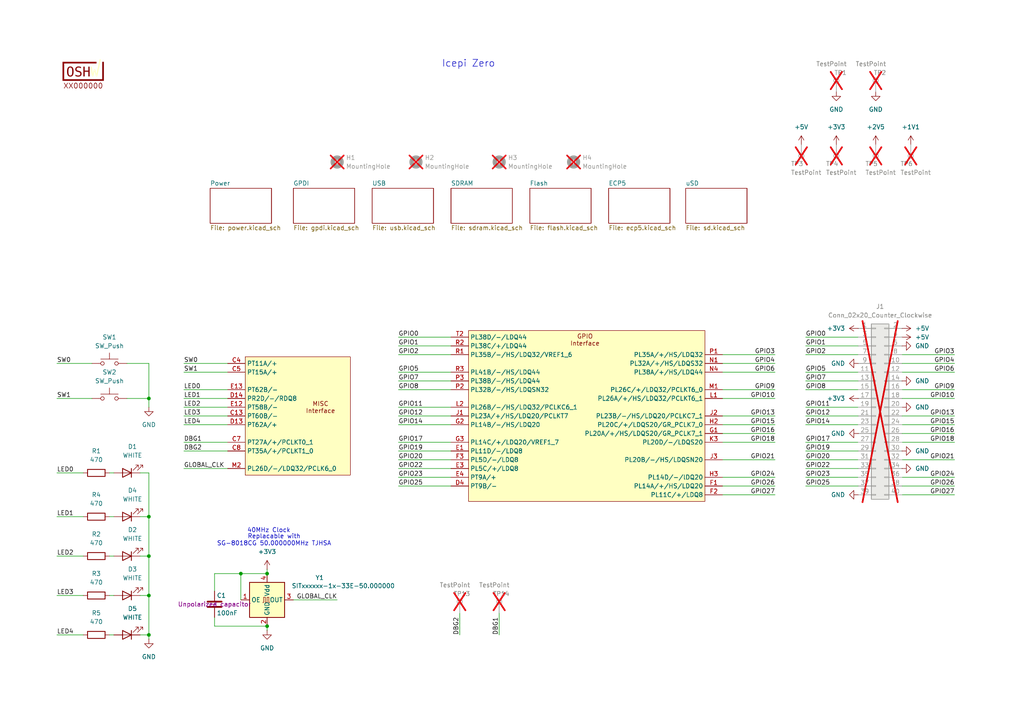
<source format=kicad_sch>
(kicad_sch (version 20250114) (generator "eeschema") (generator_version "9.0")
  (paper "A4")
  (title_block (title "Icepi zero") (date "2025-06-15") (rev "v1.2") (company "Chengyin Yao (cheyao)") (comment 1 "https://github.com/cheyao/icepi-zero") (comment 9 "OSHWA FR000026"))
  (lib_symbols
    (symbol "Connector:TestPoint" (pin_numbers (hide yes)) (pin_names (offset 0.762) (hide yes))
      (property "Reference" "TP" (at 0 6.858 0))
      (property "Value" "TestPoint" (at 0 5.08 0))
      (symbol "TestPoint_1_1"
        (pin passive line (at 0 0 90) (length 2.54) (name "1") (number "1"))
      )
    )
    (symbol "Connector_Generic:Conn_02x20_Odd_Even" (pin_names (offset 1.016) (hide yes))
      (property "Reference" "J" (at 1.27 25.4 0))
      (property "Value" "Conn_02x20_Odd_Even" (at 1.27 -27.94 0))
      (symbol "Conn_02x20_Odd_Even_1_1"
        (pin passive line (at -5.08 22.86 0) (length 3.81) (name "Pin_1") (number "1"))
        (pin passive line (at -5.08 20.32 0) (length 3.81) (name "Pin_3") (number "3"))
        (pin passive line (at -5.08 17.78 0) (length 3.81) (name "Pin_5") (number "5"))
        (pin passive line (at -5.08 15.24 0) (length 3.81) (name "Pin_7") (number "7"))
        (pin passive line (at -5.08 12.7 0) (length 3.81) (name "Pin_9") (number "9"))
        (pin passive line (at -5.08 10.16 0) (length 3.81) (name "Pin_11") (number "11"))
        (pin passive line (at -5.08 7.62 0) (length 3.81) (name "Pin_13") (number "13"))
        (pin passive line (at -5.08 5.08 0) (length 3.81) (name "Pin_15") (number "15"))
        (pin passive line (at -5.08 2.54 0) (length 3.81) (name "Pin_17") (number "17"))
        (pin passive line (at -5.08 0 0) (length 3.81) (name "Pin_19") (number "19"))
        (pin passive line (at -5.08 -2.54 0) (length 3.81) (name "Pin_21") (number "21"))
        (pin passive line (at -5.08 -5.08 0) (length 3.81) (name "Pin_23") (number "23"))
        (pin passive line (at -5.08 -7.62 0) (length 3.81) (name "Pin_25") (number "25"))
        (pin passive line (at -5.08 -10.16 0) (length 3.81) (name "Pin_27") (number "27"))
        (pin passive line (at -5.08 -12.7 0) (length 3.81) (name "Pin_29") (number "29"))
        (pin passive line (at -5.08 -15.24 0) (length 3.81) (name "Pin_31") (number "31"))
        (pin passive line (at -5.08 -17.78 0) (length 3.81) (name "Pin_33") (number "33"))
        (pin passive line (at -5.08 -20.32 0) (length 3.81) (name "Pin_35") (number "35"))
        (pin passive line (at -5.08 -22.86 0) (length 3.81) (name "Pin_37") (number "37"))
        (pin passive line (at -5.08 -25.4 0) (length 3.81) (name "Pin_39") (number "39"))
        (pin passive line (at 7.62 22.86 180) (length 3.81) (name "Pin_2") (number "2"))
        (pin passive line (at 7.62 20.32 180) (length 3.81) (name "Pin_4") (number "4"))
        (pin passive line (at 7.62 17.78 180) (length 3.81) (name "Pin_6") (number "6"))
        (pin passive line (at 7.62 15.24 180) (length 3.81) (name "Pin_8") (number "8"))
        (pin passive line (at 7.62 12.7 180) (length 3.81) (name "Pin_10") (number "10"))
        (pin passive line (at 7.62 10.16 180) (length 3.81) (name "Pin_12") (number "12"))
        (pin passive line (at 7.62 7.62 180) (length 3.81) (name "Pin_14") (number "14"))
        (pin passive line (at 7.62 5.08 180) (length 3.81) (name "Pin_16") (number "16"))
        (pin passive line (at 7.62 2.54 180) (length 3.81) (name "Pin_18") (number "18"))
        (pin passive line (at 7.62 0 180) (length 3.81) (name "Pin_20") (number "20"))
        (pin passive line (at 7.62 -2.54 180) (length 3.81) (name "Pin_22") (number "22"))
        (pin passive line (at 7.62 -5.08 180) (length 3.81) (name "Pin_24") (number "24"))
        (pin passive line (at 7.62 -7.62 180) (length 3.81) (name "Pin_26") (number "26"))
        (pin passive line (at 7.62 -10.16 180) (length 3.81) (name "Pin_28") (number "28"))
        (pin passive line (at 7.62 -12.7 180) (length 3.81) (name "Pin_30") (number "30"))
        (pin passive line (at 7.62 -15.24 180) (length 3.81) (name "Pin_32") (number "32"))
        (pin passive line (at 7.62 -17.78 180) (length 3.81) (name "Pin_34") (number "34"))
        (pin passive line (at 7.62 -20.32 180) (length 3.81) (name "Pin_36") (number "36"))
        (pin passive line (at 7.62 -22.86 180) (length 3.81) (name "Pin_38") (number "38"))
        (pin passive line (at 7.62 -25.4 180) (length 3.81) (name "Pin_40") (number "40"))
      )
    )
    (symbol "Device:C" (pin_numbers (hide yes)) (pin_names (offset 0.254))
      (property "Reference" "C" (at 0.635 2.54 0))
      (property "Value" "C" (at 0.635 -2.54 0))
      (symbol "C_1_1"
        (pin passive line (at 0 3.81 270) (length 2.794) (name "~") (number "1"))
        (pin passive line (at 0 -3.81 90) (length 2.794) (name "~") (number "2"))
      )
    )
    (symbol "Device:LED" (pin_numbers (hide yes)) (pin_names (offset 1.016) (hide yes))
      (property "Reference" "D" (at 0 2.54 0))
      (property "Value" "LED" (at 0 -2.54 0))
      (symbol "LED_1_1"
        (pin passive line (at -3.81 0 0) (length 2.54) (name "K") (number "1"))
        (pin passive line (at 3.81 0 180) (length 2.54) (name "A") (number "2"))
      )
    )
    (symbol "Device:R" (pin_numbers (hide yes)) (pin_names (offset 0))
      (property "Reference" "R" (at 2.032 0 90))
      (property "Value" "R" (at 0 0 90))
      (symbol "R_1_1"
        (pin passive line (at 0 3.81 270) (length 1.27) (name "~") (number "1"))
        (pin passive line (at 0 -3.81 90) (length 1.27) (name "~") (number "2"))
      )
    )
    (symbol "LFE5U-25F-6BG256x_1"
      (property "Value" "ECP5-CABGA256" (at 8.4933 -104.14 0))
      (symbol "LFE5U-25F-6BG256x_1_1_1"
        (text "Power Block" (at -0.254 0 0) (effects (font (size 1.27 1.27))))
        (pin power_in line (at -45.72 15.24 270) (length 5.08) (name "VCC") (number "G6"))
        (pin power_in line (at -43.18 15.24 270) (length 5.08) (name "VCC") (number "G7"))
        (pin power_in line (at -40.64 15.24 270) (length 5.08) (name "VCC") (number "L8"))
        (pin power_in line (at -38.1 15.24 270) (length 5.08) (name "VCC") (number "L9"))
        (pin power_in line (at -35.56 15.24 270) (length 5.08) (name "VCC") (number "G9"))
        (pin power_in line (at -35.56 -15.24 90) (length 5.08) (name "GND") (number "A16"))
        (pin power_in line (at -33.02 15.24 270) (length 5.08) (name "VCC") (number "L10"))
        (pin power_in line (at -33.02 -15.24 90) (length 5.08) (name "GND") (number "H16"))
        (pin power_in line (at -30.48 -15.24 90) (length 5.08) (name "GND") (number "T16"))
        (pin power_in line (at -27.94 -15.24 90) (length 5.08) (name "GND") (number "D15"))
        (pin power_in line (at -25.4 15.24 270) (length 5.08) (name "VCCAUX") (number "L7"))
        (pin power_in line (at -25.4 -15.24 90) (length 5.08) (name "GND") (number "N15"))
        (pin power_in line (at -22.86 15.24 270) (length 5.08) (name "VCCAUX") (number "G11"))
        (pin power_in line (at -22.86 -15.24 90) (length 5.08) (name "GND") (number "T12"))
        (pin power_in line (at -20.32 -15.24 90) (length 5.08) (name "GND") (number "G10"))
        (pin power_in line (at -17.78 -15.24 90) (length 5.08) (name "GND") (number "H10"))
        (pin power_in line (at -15.24 15.24 270) (length 5.08) (name "VCCIO0") (number "F6"))
        (pin power_in line (at -15.24 -15.24 90) (length 5.08) (name "GND") (number "J10"))
        (pin power_in line (at -12.7 15.24 270) (length 5.08) (name "VCCIO0") (number "F7"))
        (pin power_in line (at -12.7 -15.24 90) (length 5.08) (name "GND") (number "K10"))
        (pin power_in line (at -10.16 -15.24 90) (length 5.08) (name "GND") (number "F9"))
        (pin power_in line (at -7.62 -15.24 90) (length 5.08) (name "GND") (number "H9"))
        (pin power_in line (at -5.08 15.24 270) (length 5.08) (name "VCCIO1") (number "F10"))
        (pin power_in line (at -5.08 -15.24 90) (length 5.08) (name "GND") (number "J9"))
        (pin power_in line (at -2.54 15.24 270) (length 5.08) (name "VCCIO1") (number "F11"))
        (pin power_in line (at -2.54 -15.24 90) (length 5.08) (name "GND") (number "K9"))
        (pin power_in line (at 0 -15.24 90) (length 5.08) (name "GND") (number "F8"))
        (pin power_in line (at 2.54 -15.24 90) (length 5.08) (name "GND") (number "G8"))
        (pin power_in line (at 5.08 15.24 270) (length 5.08) (name "VCCIO2") (number "J11"))
        (pin power_in line (at 5.08 -15.24 90) (length 5.08) (name "GND") (number "H8"))
        (pin power_in line (at 7.62 15.24 270) (length 5.08) (name "VCCIO2") (number "H11"))
        (pin power_in line (at 7.62 -15.24 90) (length 5.08) (name "GND") (number "J8"))
        (pin power_in line (at 10.16 -15.24 90) (length 5.08) (name "GND") (number "K8"))
        (pin power_in line (at 12.7 -15.24 90) (length 5.08) (name "GND") (number "K7"))
        (pin power_in line (at 15.24 15.24 270) (length 5.08) (name "VCCIO3") (number "L11"))
        (pin power_in line (at 15.24 -15.24 90) (length 5.08) (name "GND") (number "K6"))
        (pin power_in line (at 17.78 15.24 270) (length 5.08) (name "VCCIO3") (number "K11"))
        (pin power_in line (at 17.78 -15.24 90) (length 5.08) (name "GND") (number "T5"))
        (pin power_in line (at 20.32 -15.24 90) (length 5.08) (name "GND") (number "D2"))
        (pin power_in line (at 22.86 -15.24 90) (length 5.08) (name "GND") (number "N2"))
        (pin power_in line (at 25.4 15.24 270) (length 5.08) (name "VCCIO6") (number "J6"))
        (pin power_in line (at 25.4 -15.24 90) (length 5.08) (name "GND") (number "A1"))
        (pin power_in line (at 27.94 15.24 270) (length 5.08) (name "VCCIO6") (number "J7"))
        (pin power_in line (at 27.94 -15.24 90) (length 5.08) (name "GND") (number "H1"))
        (pin power_in line (at 30.48 -15.24 90) (length 5.08) (name "GND") (number "T1"))
        (pin power_in line (at 35.56 15.24 270) (length 5.08) (name "VCCIO7") (number "H6"))
        (pin power_in line (at 38.1 15.24 270) (length 5.08) (name "VCCIO7") (number "H7"))
        (pin power_in line (at 45.72 15.24 270) (length 5.08) (name "VCCIO8") (number "L6"))
      )
      (symbol "LFE5U-25F-6BG256x_1_2_1"
        (text "JTAG\nInterface" (at 2.032 0 0) (effects (font (size 1.27 1.27))))
        (pin output line (at -12.7 3.81 0) (length 5.08) (name "TDO") (number "M10"))
        (pin input line (at -12.7 1.27 0) (length 5.08) (name "TDI") (number "R11"))
        (pin input line (at -12.7 -1.27 0) (length 5.08) (name "TCK") (number "T10"))
        (pin input line (at -12.7 -3.81 0) (length 5.08) (name "TMS") (number "T11"))
      )
      (symbol "LFE5U-25F-6BG256x_1_3_1"
        (text "SysIO Config block" (at 8.89 -0.254 0) (effects (font (size 1.27 1.27))))
        (pin bidirectional line (at -30.48 6.35 0) (length 5.08) (name "PB15A/+/HOLDN/DI/BUSY/CSSPIN/CEN") (number "N8"))
        (pin bidirectional line (at -30.48 3.81 0) (length 5.08) (name "CCLK/MCLK/SCK") (number "N9"))
        (pin bidirectional line (at -30.48 1.27 0) (length 5.08) (name "PB11B/-/D0/MOSI/IO0") (number "T8"))
        (pin bidirectional line (at -30.48 -1.27 0) (length 5.08) (name "PB11A/+/D1/MISO/IO1") (number "T7"))
        (pin bidirectional line (at -30.48 -3.81 0) (length 5.08) (name "PL9B/-/D2/IO2") (number "M7"))
        (pin bidirectional line (at -30.48 -6.35 0) (length 5.08) (name "PL9A/+/D3/IO3") (number "N7"))
        (pin input line (at 30.48 6.35 180) (length 5.08) (name "CFG_0") (number "N10"))
        (pin input line (at 30.48 3.81 180) (length 5.08) (name "CFG_1") (number "P10"))
        (pin input line (at 30.48 1.27 180) (length 5.08) (name "CPG_2") (number "R10"))
        (pin output line (at 30.48 -1.27 180) (length 5.08) (name "DONE") (number "P9"))
        (pin bidirectional line (at 30.48 -3.81 180) (length 5.08) (name "INITN") (number "T9"))
        (pin bidirectional line (at 30.48 -6.35 180) (length 5.08) (name "PROGRAMN") (number "R9"))
      )
      (symbol "LFE5U-25F-6BG256x_1_4_1"
        (text "GPDI\nInterface" (at 11.176 0 0) (effects (font (size 1.27 1.27))))
        (pin bidirectional line (at -25.4 15.24 0) (length 5.08) (name "PR35A/+/HS/RDQ32") (number "P16"))
        (pin bidirectional line (at -25.4 12.7 0) (length 5.08) (name "PR35B/-/HS/RDQ32/VREF1_3") (number "R16"))
        (pin bidirectional line (at -25.4 10.16 0) (length 5.08) (name "PR38C/+/RDQ44") (number "R15"))
        (pin bidirectional line (at -25.4 7.62 0) (length 5.08) (name "PR38D/-/RDQ44") (number "T15"))
        (pin bidirectional line (at -25.4 5.08 0) (length 5.08) (name "PR41C/+/RDQ44") (number "R13"))
        (pin bidirectional line (at -25.4 2.54 0) (length 5.08) (name "PR41D/-/RSQ44") (number "T14"))
        (pin bidirectional line (at -25.4 0 0) (length 5.08) (name "PR44A/+/HS/RDQS44") (number "R12"))
        (pin bidirectional line (at -25.4 -2.54 0) (length 5.08) (name "PR44B/-/HS/RDQSN44") (number "T13"))
        (pin bidirectional line (at -25.4 -5.08 0) (length 5.08) (name "PL44A/+/HS/LDQS44") (number "R5"))
        (pin bidirectional line (at -25.4 -7.62 0) (length 5.08) (name "PL41D/-/LDQ44") (number "T3"))
        (pin bidirectional line (at -25.4 -10.16 0) (length 5.08) (name "PL44B/-/HS/LDQSN44") (number "T4"))
        (pin bidirectional line (at -25.4 -12.7 0) (length 5.08) (name "PL47D/-/LDQ44/LLC_GPLL0C_IN") (number "P5"))
        (pin bidirectional line (at -25.4 -15.24 0) (length 5.08) (name "PR32C/+/RDQ32") (number "L14"))
      )
      (symbol "LFE5U-25F-6BG256x_1_5_1"
        (text "USB/UART\nInterface" (at 10.16 0 0) (effects (font (size 1.27 1.27))))
        (pin bidirectional line (at -25.4 19.05 0) (length 5.08) (name "PR23C/-/RDQ20/PCLKT2_0") (number "K16"))
        (pin bidirectional line (at -25.4 16.51 0) (length 5.08) (name "PR23D/-/RDQ20/PCLKC2_0") (number "K15"))
        (pin bidirectional line (at -25.4 13.97 0) (length 5.08) (name "PB18A/WRITEN") (number "M9"))
        (pin bidirectional line (at -25.4 11.43 0) (length 5.08) (name "PR26A/+/HS/RDQ32/PCLKT3_1") (number "L16"))
        (pin bidirectional line (at -25.4 8.89 0) (length 5.08) (name "PR26B/-/HS/RDQ32/PCLKC3_1") (number "L15"))
        (pin bidirectional line (at -25.4 3.81 0) (length 5.08) (name "PR11C/+/RDQ8") (number "F15"))
        (pin bidirectional line (at -25.4 1.27 0) (length 5.08) (name "PR11D/-/RDQ8") (number "E16"))
        (pin bidirectional line (at -25.4 -1.27 0) (length 5.08) (name "PR14B/-/HS/RDQ20") (number "G15"))
        (pin bidirectional line (at -25.4 -3.81 0) (length 5.08) (name "PR14D/-/RDQ20") (number "H14"))
        (pin bidirectional line (at -25.4 -8.89 0) (length 5.08) (name "PR23A/+/HS/RDQ20/PCLKT2_1") (number "J16"))
        (pin bidirectional line (at -25.4 -11.43 0) (length 5.08) (name "PR23B/-/HS/RDQ20/PCLKC2_1") (number "J15"))
        (pin bidirectional line (at -25.4 -13.97 0) (length 5.08) (name "PR5C/+/RDQ8") (number "E14"))
        (pin bidirectional line (at -25.4 -16.51 0) (length 5.08) (name "PT51B/-") (number "E11"))
      )
      (symbol "LFE5U-25F-6BG256x_1_6_1"
        (text "SDRAM\nInterface" (at 0.254 29.464 0) (effects (font (size 1.27 1.27))))
        (pin bidirectional line (at -30.48 30.48 0) (length 5.08) (name "PT53A/+") (number "A11"))
        (pin bidirectional line (at -30.48 27.94 0) (length 5.08) (name "PT49A/+") (number "B11"))
        (pin bidirectional line (at -30.48 22.86 0) (length 5.08) (name "PT44A/+") (number "B10"))
        (pin bidirectional line (at -30.48 20.32 0) (length 5.08) (name "PT42A/+") (number "A9"))
        (pin bidirectional line (at -30.48 17.78 0) (length 5.08) (name "PT38A/+/GR_PCLK1_0") (number "B9"))
        (pin bidirectional line (at -30.48 15.24 0) (length 5.08) (name "PT29B/-/PCLKC0_0") (number "A8"))
        (pin bidirectional line (at -30.48 12.7 0) (length 5.08) (name "PT35B/-/PCLK1_0") (number "B8"))
        (pin bidirectional line (at -30.48 10.16 0) (length 5.08) (name "PT29A/+/PCLKT0_0") (number "A7"))
        (pin bidirectional line (at -30.48 7.62 0) (length 5.08) (name "PT27B/-/PCLKC0_1") (number "B7"))
        (pin bidirectional line (at -30.48 5.08 0) (length 5.08) (name "PT18B/-") (number "A6"))
        (pin bidirectional line (at -30.48 2.54 0) (length 5.08) (name "PT22B/-") (number "B6"))
        (pin bidirectional line (at -30.48 0 0) (length 5.08) (name "PT18A/+") (number "A5"))
        (pin bidirectional line (at -30.48 -2.54 0) (length 5.08) (name "PT42B/-") (number "A10"))
        (pin bidirectional line (at -30.48 -5.08 0) (length 5.08) (name "PT15B/-") (number "B5"))
        (pin bidirectional line (at -30.48 -7.62 0) (length 5.08) (name "PT6B/-") (number "A4"))
        (pin bidirectional line (at -30.48 -12.7 0) (length 5.08) (name "PT56A/+") (number "B12"))
        (pin bidirectional line (at -30.48 -15.24 0) (length 5.08) (name "PT11B/-") (number "B4"))
        (pin bidirectional line (at -30.48 -17.78 0) (length 5.08) (name "PT6A/+") (number "A3"))
        (pin bidirectional line (at -30.48 -20.32 0) (length 5.08) (name "PT67A/+") (number "B14"))
        (pin bidirectional line (at -30.48 -22.86 0) (length 5.08) (name "PT4B/-") (number "B3"))
        (pin bidirectional line (at -30.48 -25.4 0) (length 5.08) (name "PT65A/+") (number "A13"))
        (pin bidirectional line (at -30.48 -27.94 0) (length 5.08) (name "PT60A/+") (number "B13"))
        (pin bidirectional line (at -30.48 -30.48 0) (length 5.08) (name "PT53B/-") (number "A12"))
        (pin bidirectional line (at 30.48 30.48 180) (length 5.08) (name "PR2A/+/HS/RDQ8") (number "B16"))
        (pin bidirectional line (at 30.48 27.94 180) (length 5.08) (name "PR2C/+/RDQ8") (number "C14"))
        (pin bidirectional line (at 30.48 25.4 180) (length 5.08) (name "PR5A/+/HS/RDQ8") (number "C16"))
        (pin bidirectional line (at 30.48 22.86 180) (length 5.08) (name "PR5B/-/HS/RDQ8") (number "C15"))
        (pin bidirectional line (at 30.48 20.32 180) (length 5.08) (name "PR8A/+/HS/RDQS8") (number "D16"))
        (pin bidirectional line (at 30.48 17.78 180) (length 5.08) (name "PT67B/-") (number "A15"))
        (pin bidirectional line (at 30.48 15.24 180) (length 5.08) (name "PR2B/-/HS/RDQ8/S0_IN") (number "B15"))
        (pin bidirectional line (at 30.48 12.7 180) (length 5.08) (name "PT65B/-") (number "A14"))
        (pin bidirectional line (at 30.48 10.16 180) (length 5.08) (name "PT4A/+") (number "A2"))
        (pin bidirectional line (at 30.48 7.62 180) (length 5.08) (name "PL2B/-/HS/LDQ8") (number "B2"))
        (pin bidirectional line (at 30.48 5.08 180) (length 5.08) (name "PL8B/-/HS/LDQSN8") (number "E2"))
        (pin bidirectional line (at 30.48 2.54 180) (length 5.08) (name "PL8A/+/HS/LDQS8") (number "D1"))
        (pin bidirectional line (at 30.48 0 180) (length 5.08) (name "PL5B/-/HS/LDQ8") (number "C2"))
        (pin bidirectional line (at 30.48 -2.54 180) (length 5.08) (name "PL5A/+/HS/LDQ8") (number "C1"))
        (pin bidirectional line (at 30.48 -5.08 180) (length 5.08) (name "PL2C/+/LDQ8") (number "C3"))
        (pin bidirectional line (at 30.48 -7.62 180) (length 5.08) (name "PL2A/+/HS/LDQ8") (number "B1"))
      )
      (symbol "LFE5U-25F-6BG256x_1_7_1"
        (text "uSD\nInterface" (at 13.462 0 0) (effects (font (size 1.27 1.27))))
        (pin bidirectional line (at -24.13 7.62 0) (length 5.08) (name "PR38B/-/HS/RDQ44") (number "P14"))
        (pin bidirectional line (at -24.13 5.08 0) (length 5.08) (name "PR41B/-/HS/RDQ44") (number "R14"))
        (pin bidirectional line (at -24.13 2.54 0) (length 5.08) (name "PR26D/-/RDQ32/PCLKC3_0") (number "M15"))
        (pin bidirectional line (at -24.13 0 0) (length 5.08) (name "PR32D/-/RDQ32") (number "M14"))
        (pin bidirectional line (at -24.13 -2.54 0) (length 5.08) (name "PR32A/+/HS/RDQS32") (number "N16"))
        (pin bidirectional line (at -24.13 -5.08 0) (length 5.08) (name "PR32B/-/HS/RDQSN32") (number "P15"))
        (pin bidirectional line (at -24.13 -7.62 0) (length 5.08) (name "PR26C/+/RDQ32/PCLKT3_0") (number "M16"))
      )
      (symbol "LFE5U-25F-6BG256x_1_8_1"
        (text "GPIO\nInterface" (at -0.508 20.828 0) (effects (font (size 1.27 1.27))))
        (pin bidirectional line (at -39.37 21.59 0) (length 5.08) (name "PL38D/-/LDQ44") (number "T2"))
        (pin bidirectional line (at -39.37 19.05 0) (length 5.08) (name "PL38C/+/LDQ44") (number "R2"))
        (pin bidirectional line (at -39.37 16.51 0) (length 5.08) (name "PL35B/-/HS/LDQ32/VREF1_6") (number "R1"))
        (pin bidirectional line (at -39.37 11.43 0) (length 5.08) (name "PL41B/-/HS/LDQ44") (number "R3"))
        (pin bidirectional line (at -39.37 8.89 0) (length 5.08) (name "PL38B/-/HS/LDQ44") (number "P3"))
        (pin bidirectional line (at -39.37 6.35 0) (length 5.08) (name "PL32B/-/HS/LDQSN32") (number "P2"))
        (pin bidirectional line (at -39.37 1.27 0) (length 5.08) (name "PL26B/-/HS/LDQ32/PCLKC6_1") (number "L2"))
        (pin bidirectional line (at -39.37 -1.27 0) (length 5.08) (name "PL23A/+/HS/LDQ20/PCLKT7") (number "J1"))
        (pin bidirectional line (at -39.37 -3.81 0) (length 5.08) (name "PL14B/-/HS/LDQ20") (number "G2"))
        (pin bidirectional line (at -39.37 -8.89 0) (length 5.08) (name "PL14C/+/LDQ20/VREF1_7") (number "G3"))
        (pin bidirectional line (at -39.37 -11.43 0) (length 5.08) (name "PL11D/-/LDQ8") (number "E1"))
        (pin bidirectional line (at -39.37 -13.97 0) (length 5.08) (name "PL5D/-/LDQ8") (number "F3"))
        (pin bidirectional line (at -39.37 -16.51 0) (length 5.08) (name "PL5C/+/LDQ8") (number "E3"))
        (pin bidirectional line (at -39.37 -19.05 0) (length 5.08) (name "PT9A/+") (number "E4"))
        (pin bidirectional line (at -39.37 -21.59 0) (length 5.08) (name "PT9B/-") (number "D4"))
        (pin bidirectional line (at 39.37 16.51 180) (length 5.08) (name "PL35A/+/HS/LDQ32") (number "P1"))
        (pin bidirectional line (at 39.37 13.97 180) (length 5.08) (name "PL32A/+/HS/LDQS32") (number "N1"))
        (pin bidirectional line (at 39.37 11.43 180) (length 5.08) (name "PL38A/+/HS/LDQ44") (number "N4"))
        (pin bidirectional line (at 39.37 6.35 180) (length 5.08) (name "PL26C/+/LDQ32/PCLKT6_0") (number "M1"))
        (pin bidirectional line (at 39.37 3.81 180) (length 5.08) (name "PL26A/+/HS/LDQ32/PCLKT6_1") (number "L1"))
        (pin bidirectional line (at 39.37 -1.27 180) (length 5.08) (name "PL23B/-/HS/LDQ20/PCLKC7_1") (number "J2"))
        (pin bidirectional line (at 39.37 -3.81 180) (length 5.08) (name "PL20C/+/LDQS20/GR_PCLK7_0") (number "H2"))
        (pin bidirectional line (at 39.37 -6.35 180) (length 5.08) (name "PL20A/+/HS/LDQS20/GR_PCLK7_1") (number "G1"))
        (pin bidirectional line (at 39.37 -8.89 180) (length 5.08) (name "PL20D/-/LDQS20") (number "K3"))
        (pin bidirectional line (at 39.37 -13.97 180) (length 5.08) (name "PL20B/-/HS/LDQSN20") (number "J3"))
        (pin bidirectional line (at 39.37 -19.05 180) (length 5.08) (name "PL14D/-/lDQ20") (number "H3"))
        (pin bidirectional line (at 39.37 -21.59 180) (length 5.08) (name "PL14A/+/HS/LDQ20") (number "F1"))
        (pin bidirectional line (at 39.37 -24.13 180) (length 5.08) (name "PL11C/+/LDQ8") (number "F2"))
      )
      (symbol "LFE5U-25F-6BG256x_1_9_1"
        (text "MISC\nInterface" (at 6.604 2.54 0) (effects (font (size 1.27 1.27))))
        (pin bidirectional line (at -20.32 15.24 0) (length 5.08) (name "PT11A/+") (number "C4"))
        (pin bidirectional line (at -20.32 12.7 0) (length 5.08) (name "PT15A/+") (number "C5"))
        (pin bidirectional line (at -20.32 7.62 0) (length 5.08) (name "PT62B/-") (number "E13"))
        (pin bidirectional line (at -20.32 5.08 0) (length 5.08) (name "PR2D/-/RDQ8") (number "D14"))
        (pin bidirectional line (at -20.32 2.54 0) (length 5.08) (name "PT58B/-") (number "E12"))
        (pin bidirectional line (at -20.32 0 0) (length 5.08) (name "PT60B/-") (number "C13"))
        (pin bidirectional line (at -20.32 -2.54 0) (length 5.08) (name "PT62A/+") (number "D13"))
        (pin bidirectional line (at -20.32 -7.62 0) (length 5.08) (name "PT27A/+/PCLKT0_1") (number "C7"))
        (pin bidirectional line (at -20.32 -10.16 0) (length 5.08) (name "PT35A/+/PCLKT1_0") (number "C8"))
        (pin bidirectional line (at -20.32 -15.24 0) (length 5.08) (name "PL26D/-/LDQ32/PCLK6_0") (number "M2"))
      )
      (symbol "LFE5U-25F-6BG256x_1_10_1"
        (text "Unused I/O" (at -1.524 0.254 0) (effects (font (size 1.27 1.27))))
        (pin bidirectional line (at -58.42 30.48 0) (length 5.08) (name "PL2D/-/LDQ8") (number "D3"))
        (pin bidirectional line (at -58.42 27.94 0) (length 5.08) (name "PL8C/+/LDQ8") (number "F4"))
        (pin bidirectional line (at -58.42 25.4 0) (length 5.08) (name "PL8D/-/LDQ8") (number "F5"))
        (pin bidirectional line (at -58.42 22.86 0) (length 5.08) (name "PL11A/+/HS/LDQ8") (number "G5"))
        (pin bidirectional line (at -58.42 20.32 0) (length 5.08) (name "PL11B/-/HS/LDQ8") (number "G4"))
        (pin bidirectional line (at -58.42 17.78 0) (length 5.08) (name "PL17A/+/HS/LDQ20") (number "H5"))
        (pin bidirectional line (at -58.42 15.24 0) (length 5.08) (name "PL17B/-/HS/LDQ20") (number "H4"))
        (pin bidirectional line (at -58.42 12.7 0) (length 5.08) (name "PL17C/+/LDQ20") (number "J4"))
        (pin bidirectional line (at -58.42 10.16 0) (length 5.08) (name "PL17D/-/LDQ20") (number "J5"))
        (pin bidirectional line (at -58.42 7.62 0) (length 5.08) (name "PL23C/+/LDQ20/PCLKT7_0") (number "K1"))
        (pin bidirectional line (at -58.42 5.08 0) (length 5.08) (name "PL23D/-/LDQ20/PCLKC7_0") (number "K2"))
        (pin bidirectional line (at -58.42 2.54 0) (length 5.08) (name "PL29A/+/HS/LDQ32/GR_PCLK6_0") (number "K4"))
        (pin bidirectional line (at -58.42 0 0) (length 5.08) (name "PL29B/-/HS/LDQ32") (number "K5"))
        (pin bidirectional line (at -58.42 -2.54 0) (length 5.08) (name "PL29C/+/LDQ32/GR_PCLK6_1") (number "L4"))
        (pin bidirectional line (at -58.42 -5.08 0) (length 5.08) (name "PL29D/-/LDQ32") (number "L5"))
        (pin bidirectional line (at -58.42 -7.62 0) (length 5.08) (name "PL32C/+/LDQ32") (number "L3"))
        (pin bidirectional line (at -58.42 -10.16 0) (length 5.08) (name "PL32D/-/LDQ32") (number "M3"))
        (pin bidirectional line (at -58.42 -12.7 0) (length 5.08) (name "PL35C/+/LDQ32") (number "M4"))
        (pin bidirectional line (at -58.42 -15.24 0) (length 5.08) (name "PL35D/-/LDQ32") (number "N3"))
        (pin bidirectional line (at -58.42 -17.78 0) (length 5.08) (name "PL41A/+/HS/LDQ44") (number "P4"))
        (pin bidirectional line (at -58.42 -20.32 0) (length 5.08) (name "PL41C/+/LD44") (number "R4"))
        (pin bidirectional line (at -58.42 -22.86 0) (length 5.08) (name "PL44C/+/LDQ44") (number "M5"))
        (pin bidirectional line (at -58.42 -25.4 0) (length 5.08) (name "PL44D/-/LDQ44") (number "N5"))
        (pin bidirectional line (at -58.42 -27.94 0) (length 5.08) (name "PL47A/+/HS/LDQ44") (number "M6"))
        (pin bidirectional line (at -58.42 -30.48 0) (length 5.08) (name "PL47B/-/HS/LDQ44") (number "N6"))
        (pin bidirectional line (at -58.42 -33.02 0) (length 5.08) (name "PL47C/+/LDQ44/LLC+GPLL0T_IN") (number "P6"))
        (pin bidirectional line (at -27.94 43.18 270) (length 5.08) (name "PT13B/-") (number "D5"))
        (pin bidirectional line (at -25.4 43.18 270) (length 5.08) (name "PT13A/+") (number "E5"))
        (pin bidirectional line (at -22.86 43.18 270) (length 5.08) (name "PT20B/-") (number "D6"))
        (pin bidirectional line (at -20.32 43.18 270) (length 5.08) (name "PT20A/+") (number "E6"))
        (pin bidirectional line (at -17.78 43.18 270) (length 5.08) (name "PT22A/+") (number "C6"))
        (pin bidirectional line (at -15.24 43.18 270) (length 5.08) (name "PT24B/-/GR_PCLK0_0") (number "D7"))
        (pin bidirectional line (at -12.7 43.18 270) (length 5.08) (name "PT24A/+/GR_PCLK0_1") (number "E7"))
        (pin bidirectional line (at -10.16 43.18 270) (length 5.08) (name "PT33B/-/PCLKC1_1") (number "D8"))
        (pin bidirectional line (at -8.89 -45.085 90) (length 5.08) (name "PB15B/0/DOUT/CSON") (number "M8"))
        (pin bidirectional line (at -7.62 43.18 270) (length 5.08) (name "PT33A/+/PCLKT1_1") (number "E8"))
        (pin bidirectional line (at -6.35 -45.085 90) (length 5.08) (name "PB13B/-/CS1N") (number "P8"))
        (pin bidirectional line (at -5.08 43.18 270) (length 5.08) (name "PT38B/-/GR_PCLK1_1") (number "C9"))
        (pin bidirectional line (at -3.81 -45.085 90) (length 5.08) (name "PB13A/+/SN/CSN") (number "R8"))
        (pin bidirectional line (at -2.54 43.18 270) (length 5.08) (name "PT40B/-") (number "E9"))
        (pin bidirectional line (at -1.27 -45.085 90) (length 5.08) (name "PB6B/-/D4/MOSI2/IO4") (number "P7"))
        (pin bidirectional line (at 0 43.18 270) (length 5.08) (name "PT40A/+") (number "D9"))
        (pin bidirectional line (at 1.27 -45.085 90) (length 5.08) (name "PB6A/+/D5/MISO2/IO5") (number "R7"))
        (pin bidirectional line (at 2.54 43.18 270) (length 5.08) (name "PT44B/-") (number "C10"))
        (pin bidirectional line (at 3.81 -45.085 90) (length 5.08) (name "PB4B/0/D6/IO6") (number "R6"))
        (pin bidirectional line (at 5.08 43.18 270) (length 5.08) (name "PT47B/-") (number "E10"))
        (pin bidirectional line (at 6.35 -45.085 90) (length 5.08) (name "PB4A/+/D7/IO7") (number "T6"))
        (pin bidirectional line (at 7.62 43.18 270) (length 5.08) (name "PT47A/+") (number "D10"))
        (pin bidirectional line (at 10.16 43.18 270) (length 5.08) (name "PT49B/-") (number "C11"))
        (pin bidirectional line (at 12.7 43.18 270) (length 5.08) (name "PT51A/+") (number "D11"))
        (pin bidirectional line (at 15.24 43.18 270) (length 5.08) (name "PT56B/-") (number "C12"))
        (pin bidirectional line (at 17.78 43.18 270) (length 5.08) (name "PT58A/+") (number "D12"))
        (pin bidirectional line (at 57.785 35.56 180) (length 5.08) (name "PR47A/+/HS/RSQ44") (number "M11"))
        (pin bidirectional line (at 57.785 33.02 180) (length 5.08) (name "PR47B/0/HS/RDQ44") (number "N11"))
        (pin bidirectional line (at 57.785 30.48 180) (length 5.08) (name "PR47C/+/RSQ44/LRC_GPLL0T_IN") (number "P11"))
        (pin bidirectional line (at 57.785 27.94 180) (length 5.08) (name "PR47D/-/RDQ44/LRC_GPLL0C_IN") (number "P12"))
        (pin bidirectional line (at 57.785 25.4 180) (length 5.08) (name "PR44C/+/RDQ44") (number "M12"))
        (pin bidirectional line (at 57.785 22.86 180) (length 5.08) (name "PR44D/-/RSQ44") (number "N12"))
        (pin bidirectional line (at 57.785 20.32 180) (length 5.08) (name "PR41A/+/HS/RDQ44") (number "P13"))
        (pin bidirectional line (at 57.785 17.78 180) (length 5.08) (name "PR38A/+/HS/RDQ44") (number "N13"))
        (pin bidirectional line (at 57.785 15.24 180) (length 5.08) (name "PR35C/+/RDQ32") (number "M13"))
        (pin bidirectional line (at 57.785 12.7 180) (length 5.08) (name "PR35D/-/RDQ32") (number "N14"))
        (pin bidirectional line (at 57.785 10.16 180) (length 5.08) (name "PR29A/+/HS/RDQ32/GR_PCLK3_0") (number "K13"))
        (pin bidirectional line (at 57.785 7.62 180) (length 5.08) (name "PR29B/-/HS/RDQ32") (number "K12"))
        (pin bidirectional line (at 57.785 5.08 180) (length 5.08) (name "PR29C/+/RDQ32/GR_PCLK3_1") (number "L13"))
        (pin bidirectional line (at 57.785 2.54 180) (length 5.08) (name "PR29D/-/RDQ32") (number "L12"))
        (pin bidirectional line (at 57.785 0 180) (length 5.08) (name "PR20A/+/HS/RDQS20/GR_PCLK2_1") (number "G16"))
        (pin bidirectional line (at 57.785 -2.54 180) (length 5.08) (name "PR20B/-/HS/RDQSN20") (number "H15"))
        (pin bidirectional line (at 57.785 -5.08 180) (length 5.08) (name "PR20C/+/RDQ20/GR_PCLK2_0") (number "J14"))
        (pin bidirectional line (at 57.785 -7.62 180) (length 5.08) (name "PR20D/-/RDQ20") (number "K14"))
        (pin bidirectional line (at 57.785 -10.16 180) (length 5.08) (name "PR17A/+/HS/RDQ20") (number "H12"))
        (pin bidirectional line (at 57.785 -12.7 180) (length 5.08) (name "PR17B/-/HS/RDQ20") (number "H13"))
        (pin bidirectional line (at 57.785 -15.24 180) (length 5.08) (name "PR17C/+/RDQ20") (number "J13"))
        (pin bidirectional line (at 57.785 -17.78 180) (length 5.08) (name "PR17D/-/RDQ20") (number "J12"))
        (pin bidirectional line (at 57.785 -20.32 180) (length 5.08) (name "PR14A/+/HS/RDQ20") (number "F16"))
        (pin bidirectional line (at 57.785 -22.86 180) (length 5.08) (name "PR14C/+/RDQ20/VREF1_2") (number "G14"))
        (pin bidirectional line (at 57.785 -25.4 180) (length 5.08) (name "PR11A/+/HS/RDQ8") (number "G12"))
        (pin bidirectional line (at 57.785 -27.94 180) (length 5.08) (name "PR11B/-/HS/RDQ8") (number "G13"))
        (pin bidirectional line (at 57.785 -30.48 180) (length 5.08) (name "PR8B/-/HS/RDQSN8") (number "E15"))
        (pin bidirectional line (at 57.785 -33.02 180) (length 5.08) (name "PR8C/+/RDQ8") (number "F13"))
        (pin bidirectional line (at 57.785 -35.56 180) (length 5.08) (name "PR8D/-/RDQ8") (number "F12"))
        (pin bidirectional line (at 57.785 -38.1 180) (length 5.08) (name "PR5D/-/RDQ8") (number "F14"))
      )
    )
    (symbol "Mechanical:MountingHole" (pin_names (offset 1.016)) (in_bom no)
      (property "Reference" "H" (at 0 5.08 0))
      (property "Value" "MountingHole" (at 0 3.175 0))
    )
    (symbol "Oscillator:SiT8008xx-1x-xxE"
      (property "Reference" "Y" (at 4.064 8.89 0))
      (property "Value" "SiT8008xx-1x-xxE" (at 12.446 6.858 0))
      (symbol "SiT8008xx-1x-xxE_1_1"
        (pin input line (at -7.62 0 0) (length 2.54) (name "OE") (number "1"))
        (pin power_in line (at 0 7.62 270) (length 2.54) (name "Vdd") (number "4"))
        (pin power_in line (at 0 -7.62 90) (length 2.54) (name "GND") (number "2"))
        (pin output line (at 7.62 0 180) (length 2.54) (name "OUT") (number "3"))
      )
    )
    (symbol "Switch:SW_Push" (pin_numbers (hide yes)) (pin_names (offset 1.016) (hide yes))
      (property "Reference" "SW" (at 1.27 2.54 0))
      (property "Value" "SW_Push" (at 0 -1.524 0))
      (symbol "SW_Push_0_1"
        (pin passive line (at -5.08 0 0) (length 2.54) (name "1") (number "1"))
        (pin passive line (at 5.08 0 180) (length 2.54) (name "2") (number "2"))
      )
    )
    (symbol "icepi-lib:LFE5U-25F-6BG256x"
      (property "Value" "ECP5-CABGA256" (at 8.4933 -104.14 0))
      (symbol "LFE5U-25F-6BG256x_1_1"
        (text "Power Block" (at -0.254 0 0) (effects (font (size 1.27 1.27))))
        (pin power_in line (at -45.72 15.24 270) (length 5.08) (name "VCC") (number "G6"))
        (pin power_in line (at -43.18 15.24 270) (length 5.08) (name "VCC") (number "G7"))
        (pin power_in line (at -40.64 15.24 270) (length 5.08) (name "VCC") (number "L8"))
        (pin power_in line (at -38.1 15.24 270) (length 5.08) (name "VCC") (number "L9"))
        (pin power_in line (at -35.56 15.24 270) (length 5.08) (name "VCC") (number "G9"))
        (pin power_in line (at -35.56 -15.24 90) (length 5.08) (name "GND") (number "A16"))
        (pin power_in line (at -33.02 15.24 270) (length 5.08) (name "VCC") (number "L10"))
        (pin power_in line (at -33.02 -15.24 90) (length 5.08) (name "GND") (number "H16"))
        (pin power_in line (at -30.48 -15.24 90) (length 5.08) (name "GND") (number "T16"))
        (pin power_in line (at -27.94 -15.24 90) (length 5.08) (name "GND") (number "D15"))
        (pin power_in line (at -25.4 15.24 270) (length 5.08) (name "VCCAUX") (number "L7"))
        (pin power_in line (at -25.4 -15.24 90) (length 5.08) (name "GND") (number "N15"))
        (pin power_in line (at -22.86 15.24 270) (length 5.08) (name "VCCAUX") (number "G11"))
        (pin power_in line (at -22.86 -15.24 90) (length 5.08) (name "GND") (number "T12"))
        (pin power_in line (at -20.32 -15.24 90) (length 5.08) (name "GND") (number "G10"))
        (pin power_in line (at -17.78 -15.24 90) (length 5.08) (name "GND") (number "H10"))
        (pin power_in line (at -15.24 15.24 270) (length 5.08) (name "VCCIO0") (number "F6"))
        (pin power_in line (at -15.24 -15.24 90) (length 5.08) (name "GND") (number "J10"))
        (pin power_in line (at -12.7 15.24 270) (length 5.08) (name "VCCIO0") (number "F7"))
        (pin power_in line (at -12.7 -15.24 90) (length 5.08) (name "GND") (number "K10"))
        (pin power_in line (at -10.16 -15.24 90) (length 5.08) (name "GND") (number "F9"))
        (pin power_in line (at -7.62 -15.24 90) (length 5.08) (name "GND") (number "H9"))
        (pin power_in line (at -5.08 15.24 270) (length 5.08) (name "VCCIO1") (number "F10"))
        (pin power_in line (at -5.08 -15.24 90) (length 5.08) (name "GND") (number "J9"))
        (pin power_in line (at -2.54 15.24 270) (length 5.08) (name "VCCIO1") (number "F11"))
        (pin power_in line (at -2.54 -15.24 90) (length 5.08) (name "GND") (number "K9"))
        (pin power_in line (at 0 -15.24 90) (length 5.08) (name "GND") (number "F8"))
        (pin power_in line (at 2.54 -15.24 90) (length 5.08) (name "GND") (number "G8"))
        (pin power_in line (at 5.08 15.24 270) (length 5.08) (name "VCCIO2") (number "J11"))
        (pin power_in line (at 5.08 -15.24 90) (length 5.08) (name "GND") (number "H8"))
        (pin power_in line (at 7.62 15.24 270) (length 5.08) (name "VCCIO2") (number "H11"))
        (pin power_in line (at 7.62 -15.24 90) (length 5.08) (name "GND") (number "J8"))
        (pin power_in line (at 10.16 -15.24 90) (length 5.08) (name "GND") (number "K8"))
        (pin power_in line (at 12.7 -15.24 90) (length 5.08) (name "GND") (number "K7"))
        (pin power_in line (at 15.24 15.24 270) (length 5.08) (name "VCCIO3") (number "L11"))
        (pin power_in line (at 15.24 -15.24 90) (length 5.08) (name "GND") (number "K6"))
        (pin power_in line (at 17.78 15.24 270) (length 5.08) (name "VCCIO3") (number "K11"))
        (pin power_in line (at 17.78 -15.24 90) (length 5.08) (name "GND") (number "T5"))
        (pin power_in line (at 20.32 -15.24 90) (length 5.08) (name "GND") (number "D2"))
        (pin power_in line (at 22.86 -15.24 90) (length 5.08) (name "GND") (number "N2"))
        (pin power_in line (at 25.4 15.24 270) (length 5.08) (name "VCCIO6") (number "J6"))
        (pin power_in line (at 25.4 -15.24 90) (length 5.08) (name "GND") (number "A1"))
        (pin power_in line (at 27.94 15.24 270) (length 5.08) (name "VCCIO6") (number "J7"))
        (pin power_in line (at 27.94 -15.24 90) (length 5.08) (name "GND") (number "H1"))
        (pin power_in line (at 30.48 -15.24 90) (length 5.08) (name "GND") (number "T1"))
        (pin power_in line (at 35.56 15.24 270) (length 5.08) (name "VCCIO7") (number "H6"))
        (pin power_in line (at 38.1 15.24 270) (length 5.08) (name "VCCIO7") (number "H7"))
        (pin power_in line (at 45.72 15.24 270) (length 5.08) (name "VCCIO8") (number "L6"))
      )
      (symbol "LFE5U-25F-6BG256x_2_1"
        (text "JTAG\nInterface" (at 2.032 0 0) (effects (font (size 1.27 1.27))))
        (pin output line (at -12.7 3.81 0) (length 5.08) (name "TDO") (number "M10"))
        (pin input line (at -12.7 1.27 0) (length 5.08) (name "TDI") (number "R11"))
        (pin input line (at -12.7 -1.27 0) (length 5.08) (name "TCK") (number "T10"))
        (pin input line (at -12.7 -3.81 0) (length 5.08) (name "TMS") (number "T11"))
      )
      (symbol "LFE5U-25F-6BG256x_3_1"
        (text "SysIO Config block" (at 8.89 -0.254 0) (effects (font (size 1.27 1.27))))
        (pin bidirectional line (at -30.48 6.35 0) (length 5.08) (name "PB15A/+/HOLDN/DI/BUSY/CSSPIN/CEN") (number "N8"))
        (pin bidirectional line (at -30.48 3.81 0) (length 5.08) (name "CCLK/MCLK/SCK") (number "N9"))
        (pin bidirectional line (at -30.48 1.27 0) (length 5.08) (name "PB11B/-/D0/MOSI/IO0") (number "T8"))
        (pin bidirectional line (at -30.48 -1.27 0) (length 5.08) (name "PB11A/+/D1/MISO/IO1") (number "T7"))
        (pin bidirectional line (at -30.48 -3.81 0) (length 5.08) (name "PL9B/-/D2/IO2") (number "M7"))
        (pin bidirectional line (at -30.48 -6.35 0) (length 5.08) (name "PL9A/+/D3/IO3") (number "N7"))
        (pin input line (at 30.48 6.35 180) (length 5.08) (name "CFG_0") (number "N10"))
        (pin input line (at 30.48 3.81 180) (length 5.08) (name "CFG_1") (number "P10"))
        (pin input line (at 30.48 1.27 180) (length 5.08) (name "CPG_2") (number "R10"))
        (pin output line (at 30.48 -1.27 180) (length 5.08) (name "DONE") (number "P9"))
        (pin bidirectional line (at 30.48 -3.81 180) (length 5.08) (name "INITN") (number "T9"))
        (pin bidirectional line (at 30.48 -6.35 180) (length 5.08) (name "PROGRAMN") (number "R9"))
      )
      (symbol "LFE5U-25F-6BG256x_4_1"
        (text "GPDI\nInterface" (at 11.176 0 0) (effects (font (size 1.27 1.27))))
        (pin bidirectional line (at -25.4 15.24 0) (length 5.08) (name "PR35A/+/HS/RDQ32") (number "P16"))
        (pin bidirectional line (at -25.4 12.7 0) (length 5.08) (name "PR35B/-/HS/RDQ32/VREF1_3") (number "R16"))
        (pin bidirectional line (at -25.4 10.16 0) (length 5.08) (name "PR38C/+/RDQ44") (number "R15"))
        (pin bidirectional line (at -25.4 7.62 0) (length 5.08) (name "PR38D/-/RDQ44") (number "T15"))
        (pin bidirectional line (at -25.4 5.08 0) (length 5.08) (name "PR41C/+/RDQ44") (number "R13"))
        (pin bidirectional line (at -25.4 2.54 0) (length 5.08) (name "PR41D/-/RSQ44") (number "T14"))
        (pin bidirectional line (at -25.4 0 0) (length 5.08) (name "PR44A/+/HS/RDQS44") (number "R12"))
        (pin bidirectional line (at -25.4 -2.54 0) (length 5.08) (name "PR44B/-/HS/RDQSN44") (number "T13"))
        (pin bidirectional line (at -25.4 -5.08 0) (length 5.08) (name "PL44A/+/HS/LDQS44") (number "R5"))
        (pin bidirectional line (at -25.4 -7.62 0) (length 5.08) (name "PL41D/-/LDQ44") (number "T3"))
        (pin bidirectional line (at -25.4 -10.16 0) (length 5.08) (name "PL44B/-/HS/LDQSN44") (number "T4"))
        (pin bidirectional line (at -25.4 -12.7 0) (length 5.08) (name "PL47D/-/LDQ44/LLC_GPLL0C_IN") (number "P5"))
        (pin bidirectional line (at -25.4 -15.24 0) (length 5.08) (name "PR32C/+/RDQ32") (number "L14"))
      )
      (symbol "LFE5U-25F-6BG256x_5_1"
        (text "USB/UART\nInterface" (at 10.16 0 0) (effects (font (size 1.27 1.27))))
        (pin bidirectional line (at -25.4 19.05 0) (length 5.08) (name "PR23C/-/RDQ20/PCLKT2_0") (number "K16"))
        (pin bidirectional line (at -25.4 16.51 0) (length 5.08) (name "PR23D/-/RDQ20/PCLKC2_0") (number "K15"))
        (pin bidirectional line (at -25.4 13.97 0) (length 5.08) (name "PB18A/WRITEN") (number "M9"))
        (pin bidirectional line (at -25.4 11.43 0) (length 5.08) (name "PR26A/+/HS/RDQ32/PCLKT3_1") (number "L16"))
        (pin bidirectional line (at -25.4 8.89 0) (length 5.08) (name "PR26B/-/HS/RDQ32/PCLKC3_1") (number "L15"))
        (pin bidirectional line (at -25.4 3.81 0) (length 5.08) (name "PR11C/+/RDQ8") (number "F15"))
        (pin bidirectional line (at -25.4 1.27 0) (length 5.08) (name "PR11D/-/RDQ8") (number "E16"))
        (pin bidirectional line (at -25.4 -1.27 0) (length 5.08) (name "PR14B/-/HS/RDQ20") (number "G15"))
        (pin bidirectional line (at -25.4 -3.81 0) (length 5.08) (name "PR14D/-/RDQ20") (number "H14"))
        (pin bidirectional line (at -25.4 -8.89 0) (length 5.08) (name "PR23A/+/HS/RDQ20/PCLKT2_1") (number "J16"))
        (pin bidirectional line (at -25.4 -11.43 0) (length 5.08) (name "PR23B/-/HS/RDQ20/PCLKC2_1") (number "J15"))
        (pin bidirectional line (at -25.4 -13.97 0) (length 5.08) (name "PR5C/+/RDQ8") (number "E14"))
        (pin bidirectional line (at -25.4 -16.51 0) (length 5.08) (name "PT51B/-") (number "E11"))
      )
      (symbol "LFE5U-25F-6BG256x_6_1"
        (text "SDRAM\nInterface" (at 0.254 29.464 0) (effects (font (size 1.27 1.27))))
        (pin bidirectional line (at -30.48 30.48 0) (length 5.08) (name "PT53A/+") (number "A11"))
        (pin bidirectional line (at -30.48 27.94 0) (length 5.08) (name "PT49A/+") (number "B11"))
        (pin bidirectional line (at -30.48 22.86 0) (length 5.08) (name "PT44A/+") (number "B10"))
        (pin bidirectional line (at -30.48 20.32 0) (length 5.08) (name "PT42A/+") (number "A9"))
        (pin bidirectional line (at -30.48 17.78 0) (length 5.08) (name "PT38A/+/GR_PCLK1_0") (number "B9"))
        (pin bidirectional line (at -30.48 15.24 0) (length 5.08) (name "PT29B/-/PCLKC0_0") (number "A8"))
        (pin bidirectional line (at -30.48 12.7 0) (length 5.08) (name "PT35B/-/PCLK1_0") (number "B8"))
        (pin bidirectional line (at -30.48 10.16 0) (length 5.08) (name "PT29A/+/PCLKT0_0") (number "A7"))
        (pin bidirectional line (at -30.48 7.62 0) (length 5.08) (name "PT27B/-/PCLKC0_1") (number "B7"))
        (pin bidirectional line (at -30.48 5.08 0) (length 5.08) (name "PT18B/-") (number "A6"))
        (pin bidirectional line (at -30.48 2.54 0) (length 5.08) (name "PT22B/-") (number "B6"))
        (pin bidirectional line (at -30.48 0 0) (length 5.08) (name "PT18A/+") (number "A5"))
        (pin bidirectional line (at -30.48 -2.54 0) (length 5.08) (name "PT42B/-") (number "A10"))
        (pin bidirectional line (at -30.48 -5.08 0) (length 5.08) (name "PT15B/-") (number "B5"))
        (pin bidirectional line (at -30.48 -7.62 0) (length 5.08) (name "PT6B/-") (number "A4"))
        (pin bidirectional line (at -30.48 -12.7 0) (length 5.08) (name "PT56A/+") (number "B12"))
        (pin bidirectional line (at -30.48 -15.24 0) (length 5.08) (name "PT11B/-") (number "B4"))
        (pin bidirectional line (at -30.48 -17.78 0) (length 5.08) (name "PT6A/+") (number "A3"))
        (pin bidirectional line (at -30.48 -20.32 0) (length 5.08) (name "PT67A/+") (number "B14"))
        (pin bidirectional line (at -30.48 -22.86 0) (length 5.08) (name "PT4B/-") (number "B3"))
        (pin bidirectional line (at -30.48 -25.4 0) (length 5.08) (name "PT65A/+") (number "A13"))
        (pin bidirectional line (at -30.48 -27.94 0) (length 5.08) (name "PT60A/+") (number "B13"))
        (pin bidirectional line (at -30.48 -30.48 0) (length 5.08) (name "PT53B/-") (number "A12"))
        (pin bidirectional line (at 30.48 30.48 180) (length 5.08) (name "PR2A/+/HS/RDQ8") (number "B16"))
        (pin bidirectional line (at 30.48 27.94 180) (length 5.08) (name "PR2C/+/RDQ8") (number "C14"))
        (pin bidirectional line (at 30.48 25.4 180) (length 5.08) (name "PR5A/+/HS/RDQ8") (number "C16"))
        (pin bidirectional line (at 30.48 22.86 180) (length 5.08) (name "PR5B/-/HS/RDQ8") (number "C15"))
        (pin bidirectional line (at 30.48 20.32 180) (length 5.08) (name "PR8A/+/HS/RDQS8") (number "D16"))
        (pin bidirectional line (at 30.48 17.78 180) (length 5.08) (name "PT67B/-") (number "A15"))
        (pin bidirectional line (at 30.48 15.24 180) (length 5.08) (name "PR2B/-/HS/RDQ8/S0_IN") (number "B15"))
        (pin bidirectional line (at 30.48 12.7 180) (length 5.08) (name "PT65B/-") (number "A14"))
        (pin bidirectional line (at 30.48 10.16 180) (length 5.08) (name "PT4A/+") (number "A2"))
        (pin bidirectional line (at 30.48 7.62 180) (length 5.08) (name "PL2B/-/HS/LDQ8") (number "B2"))
        (pin bidirectional line (at 30.48 5.08 180) (length 5.08) (name "PL8B/-/HS/LDQSN8") (number "E2"))
        (pin bidirectional line (at 30.48 2.54 180) (length 5.08) (name "PL8A/+/HS/LDQS8") (number "D1"))
        (pin bidirectional line (at 30.48 0 180) (length 5.08) (name "PL5B/-/HS/LDQ8") (number "C2"))
        (pin bidirectional line (at 30.48 -2.54 180) (length 5.08) (name "PL5A/+/HS/LDQ8") (number "C1"))
        (pin bidirectional line (at 30.48 -5.08 180) (length 5.08) (name "PL2C/+/LDQ8") (number "C3"))
        (pin bidirectional line (at 30.48 -7.62 180) (length 5.08) (name "PL2A/+/HS/LDQ8") (number "B1"))
      )
      (symbol "LFE5U-25F-6BG256x_7_1"
        (text "uSD\nInterface" (at 13.462 0 0) (effects (font (size 1.27 1.27))))
        (pin bidirectional line (at -24.13 7.62 0) (length 5.08) (name "PR38B/-/HS/RDQ44") (number "P14"))
        (pin bidirectional line (at -24.13 5.08 0) (length 5.08) (name "PR41B/-/HS/RDQ44") (number "R14"))
        (pin bidirectional line (at -24.13 2.54 0) (length 5.08) (name "PR26D/-/RDQ32/PCLKC3_0") (number "M15"))
        (pin bidirectional line (at -24.13 0 0) (length 5.08) (name "PR32D/-/RDQ32") (number "M14"))
        (pin bidirectional line (at -24.13 -2.54 0) (length 5.08) (name "PR32A/+/HS/RDQS32") (number "N16"))
        (pin bidirectional line (at -24.13 -5.08 0) (length 5.08) (name "PR32B/-/HS/RDQSN32") (number "P15"))
        (pin bidirectional line (at -24.13 -7.62 0) (length 5.08) (name "PR26C/+/RDQ32/PCLKT3_0") (number "M16"))
      )
      (symbol "LFE5U-25F-6BG256x_8_1"
        (text "GPIO\nInterface" (at -0.508 20.828 0) (effects (font (size 1.27 1.27))))
        (pin bidirectional line (at -39.37 21.59 0) (length 5.08) (name "PL38D/-/LDQ44") (number "T2"))
        (pin bidirectional line (at -39.37 19.05 0) (length 5.08) (name "PL38C/+/LDQ44") (number "R2"))
        (pin bidirectional line (at -39.37 16.51 0) (length 5.08) (name "PL35B/-/HS/LDQ32/VREF1_6") (number "R1"))
        (pin bidirectional line (at -39.37 11.43 0) (length 5.08) (name "PL41B/-/HS/LDQ44") (number "R3"))
        (pin bidirectional line (at -39.37 8.89 0) (length 5.08) (name "PL38B/-/HS/LDQ44") (number "P3"))
        (pin bidirectional line (at -39.37 6.35 0) (length 5.08) (name "PL32B/-/HS/LDQSN32") (number "P2"))
        (pin bidirectional line (at -39.37 1.27 0) (length 5.08) (name "PL26B/-/HS/LDQ32/PCLKC6_1") (number "L2"))
        (pin bidirectional line (at -39.37 -1.27 0) (length 5.08) (name "PL23A/+/HS/LDQ20/PCLKT7") (number "J1"))
        (pin bidirectional line (at -39.37 -3.81 0) (length 5.08) (name "PL14B/-/HS/LDQ20") (number "G2"))
        (pin bidirectional line (at -39.37 -8.89 0) (length 5.08) (name "PL14C/+/LDQ20/VREF1_7") (number "G3"))
        (pin bidirectional line (at -39.37 -11.43 0) (length 5.08) (name "PL11D/-/LDQ8") (number "E1"))
        (pin bidirectional line (at -39.37 -13.97 0) (length 5.08) (name "PL5D/-/LDQ8") (number "F3"))
        (pin bidirectional line (at -39.37 -16.51 0) (length 5.08) (name "PL5C/+/LDQ8") (number "E3"))
        (pin bidirectional line (at -39.37 -19.05 0) (length 5.08) (name "PT9A/+") (number "E4"))
        (pin bidirectional line (at -39.37 -21.59 0) (length 5.08) (name "PT9B/-") (number "D4"))
        (pin bidirectional line (at 39.37 16.51 180) (length 5.08) (name "PL35A/+/HS/LDQ32") (number "P1"))
        (pin bidirectional line (at 39.37 13.97 180) (length 5.08) (name "PL32A/+/HS/LDQS32") (number "N1"))
        (pin bidirectional line (at 39.37 11.43 180) (length 5.08) (name "PL38A/+/HS/LDQ44") (number "N4"))
        (pin bidirectional line (at 39.37 6.35 180) (length 5.08) (name "PL26C/+/LDQ32/PCLKT6_0") (number "M1"))
        (pin bidirectional line (at 39.37 3.81 180) (length 5.08) (name "PL26A/+/HS/LDQ32/PCLKT6_1") (number "L1"))
        (pin bidirectional line (at 39.37 -1.27 180) (length 5.08) (name "PL23B/-/HS/LDQ20/PCLKC7_1") (number "J2"))
        (pin bidirectional line (at 39.37 -3.81 180) (length 5.08) (name "PL20C/+/LDQS20/GR_PCLK7_0") (number "H2"))
        (pin bidirectional line (at 39.37 -6.35 180) (length 5.08) (name "PL20A/+/HS/LDQS20/GR_PCLK7_1") (number "G1"))
        (pin bidirectional line (at 39.37 -8.89 180) (length 5.08) (name "PL20D/-/LDQS20") (number "K3"))
        (pin bidirectional line (at 39.37 -13.97 180) (length 5.08) (name "PL20B/-/HS/LDQSN20") (number "J3"))
        (pin bidirectional line (at 39.37 -19.05 180) (length 5.08) (name "PL14D/-/lDQ20") (number "H3"))
        (pin bidirectional line (at 39.37 -21.59 180) (length 5.08) (name "PL14A/+/HS/LDQ20") (number "F1"))
        (pin bidirectional line (at 39.37 -24.13 180) (length 5.08) (name "PL11C/+/LDQ8") (number "F2"))
      )
      (symbol "LFE5U-25F-6BG256x_9_1"
        (text "MISC\nInterface" (at 6.604 2.54 0) (effects (font (size 1.27 1.27))))
        (pin bidirectional line (at -20.32 15.24 0) (length 5.08) (name "PT11A/+") (number "C4"))
        (pin bidirectional line (at -20.32 12.7 0) (length 5.08) (name "PT15A/+") (number "C5"))
        (pin bidirectional line (at -20.32 7.62 0) (length 5.08) (name "PT62B/-") (number "E13"))
        (pin bidirectional line (at -20.32 5.08 0) (length 5.08) (name "PR2D/-/RDQ8") (number "D14"))
        (pin bidirectional line (at -20.32 2.54 0) (length 5.08) (name "PT58B/-") (number "E12"))
        (pin bidirectional line (at -20.32 0 0) (length 5.08) (name "PT60B/-") (number "C13"))
        (pin bidirectional line (at -20.32 -2.54 0) (length 5.08) (name "PT62A/+") (number "D13"))
        (pin bidirectional line (at -20.32 -7.62 0) (length 5.08) (name "PT27A/+/PCLKT0_1") (number "C7"))
        (pin bidirectional line (at -20.32 -10.16 0) (length 5.08) (name "PT35A/+/PCLKT1_0") (number "C8"))
        (pin bidirectional line (at -20.32 -15.24 0) (length 5.08) (name "PL26D/-/LDQ32/PCLK6_0") (number "M2"))
      )
      (symbol "LFE5U-25F-6BG256x_10_1"
        (text "Unused I/O" (at -1.524 0.254 0) (effects (font (size 1.27 1.27))))
        (pin bidirectional line (at -58.42 30.48 0) (length 5.08) (name "PL2D/-/LDQ8") (number "D3"))
        (pin bidirectional line (at -58.42 27.94 0) (length 5.08) (name "PL8C/+/LDQ8") (number "F4"))
        (pin bidirectional line (at -58.42 25.4 0) (length 5.08) (name "PL8D/-/LDQ8") (number "F5"))
        (pin bidirectional line (at -58.42 22.86 0) (length 5.08) (name "PL11A/+/HS/LDQ8") (number "G5"))
        (pin bidirectional line (at -58.42 20.32 0) (length 5.08) (name "PL11B/-/HS/LDQ8") (number "G4"))
        (pin bidirectional line (at -58.42 17.78 0) (length 5.08) (name "PL17A/+/HS/LDQ20") (number "H5"))
        (pin bidirectional line (at -58.42 15.24 0) (length 5.08) (name "PL17B/-/HS/LDQ20") (number "H4"))
        (pin bidirectional line (at -58.42 12.7 0) (length 5.08) (name "PL17C/+/LDQ20") (number "J4"))
        (pin bidirectional line (at -58.42 10.16 0) (length 5.08) (name "PL17D/-/LDQ20") (number "J5"))
        (pin bidirectional line (at -58.42 7.62 0) (length 5.08) (name "PL23C/+/LDQ20/PCLKT7_0") (number "K1"))
        (pin bidirectional line (at -58.42 5.08 0) (length 5.08) (name "PL23D/-/LDQ20/PCLKC7_0") (number "K2"))
        (pin bidirectional line (at -58.42 2.54 0) (length 5.08) (name "PL29A/+/HS/LDQ32/GR_PCLK6_0") (number "K4"))
        (pin bidirectional line (at -58.42 0 0) (length 5.08) (name "PL29B/-/HS/LDQ32") (number "K5"))
        (pin bidirectional line (at -58.42 -2.54 0) (length 5.08) (name "PL29C/+/LDQ32/GR_PCLK6_1") (number "L4"))
        (pin bidirectional line (at -58.42 -5.08 0) (length 5.08) (name "PL29D/-/LDQ32") (number "L5"))
        (pin bidirectional line (at -58.42 -7.62 0) (length 5.08) (name "PL32C/+/LDQ32") (number "L3"))
        (pin bidirectional line (at -58.42 -10.16 0) (length 5.08) (name "PL32D/-/LDQ32") (number "M3"))
        (pin bidirectional line (at -58.42 -12.7 0) (length 5.08) (name "PL35C/+/LDQ32") (number "M4"))
        (pin bidirectional line (at -58.42 -15.24 0) (length 5.08) (name "PL35D/-/LDQ32") (number "N3"))
        (pin bidirectional line (at -58.42 -17.78 0) (length 5.08) (name "PL41A/+/HS/LDQ44") (number "P4"))
        (pin bidirectional line (at -58.42 -20.32 0) (length 5.08) (name "PL41C/+/LD44") (number "R4"))
        (pin bidirectional line (at -58.42 -22.86 0) (length 5.08) (name "PL44C/+/LDQ44") (number "M5"))
        (pin bidirectional line (at -58.42 -25.4 0) (length 5.08) (name "PL44D/-/LDQ44") (number "N5"))
        (pin bidirectional line (at -58.42 -27.94 0) (length 5.08) (name "PL47A/+/HS/LDQ44") (number "M6"))
        (pin bidirectional line (at -58.42 -30.48 0) (length 5.08) (name "PL47B/-/HS/LDQ44") (number "N6"))
        (pin bidirectional line (at -58.42 -33.02 0) (length 5.08) (name "PL47C/+/LDQ44/LLC+GPLL0T_IN") (number "P6"))
        (pin bidirectional line (at -27.94 43.18 270) (length 5.08) (name "PT13B/-") (number "D5"))
        (pin bidirectional line (at -25.4 43.18 270) (length 5.08) (name "PT13A/+") (number "E5"))
        (pin bidirectional line (at -22.86 43.18 270) (length 5.08) (name "PT20B/-") (number "D6"))
        (pin bidirectional line (at -20.32 43.18 270) (length 5.08) (name "PT20A/+") (number "E6"))
        (pin bidirectional line (at -17.78 43.18 270) (length 5.08) (name "PT22A/+") (number "C6"))
        (pin bidirectional line (at -15.24 43.18 270) (length 5.08) (name "PT24B/-/GR_PCLK0_0") (number "D7"))
        (pin bidirectional line (at -12.7 43.18 270) (length 5.08) (name "PT24A/+/GR_PCLK0_1") (number "E7"))
        (pin bidirectional line (at -10.16 43.18 270) (length 5.08) (name "PT33B/-/PCLKC1_1") (number "D8"))
        (pin bidirectional line (at -8.89 -45.085 90) (length 5.08) (name "PB15B/0/DOUT/CSON") (number "M8"))
        (pin bidirectional line (at -7.62 43.18 270) (length 5.08) (name "PT33A/+/PCLKT1_1") (number "E8"))
        (pin bidirectional line (at -6.35 -45.085 90) (length 5.08) (name "PB13B/-/CS1N") (number "P8"))
        (pin bidirectional line (at -5.08 43.18 270) (length 5.08) (name "PT38B/-/GR_PCLK1_1") (number "C9"))
        (pin bidirectional line (at -3.81 -45.085 90) (length 5.08) (name "PB13A/+/SN/CSN") (number "R8"))
        (pin bidirectional line (at -2.54 43.18 270) (length 5.08) (name "PT40B/-") (number "E9"))
        (pin bidirectional line (at -1.27 -45.085 90) (length 5.08) (name "PB6B/-/D4/MOSI2/IO4") (number "P7"))
        (pin bidirectional line (at 0 43.18 270) (length 5.08) (name "PT40A/+") (number "D9"))
        (pin bidirectional line (at 1.27 -45.085 90) (length 5.08) (name "PB6A/+/D5/MISO2/IO5") (number "R7"))
        (pin bidirectional line (at 2.54 43.18 270) (length 5.08) (name "PT44B/-") (number "C10"))
        (pin bidirectional line (at 3.81 -45.085 90) (length 5.08) (name "PB4B/0/D6/IO6") (number "R6"))
        (pin bidirectional line (at 5.08 43.18 270) (length 5.08) (name "PT47B/-") (number "E10"))
        (pin bidirectional line (at 6.35 -45.085 90) (length 5.08) (name "PB4A/+/D7/IO7") (number "T6"))
        (pin bidirectional line (at 7.62 43.18 270) (length 5.08) (name "PT47A/+") (number "D10"))
        (pin bidirectional line (at 10.16 43.18 270) (length 5.08) (name "PT49B/-") (number "C11"))
        (pin bidirectional line (at 12.7 43.18 270) (length 5.08) (name "PT51A/+") (number "D11"))
        (pin bidirectional line (at 15.24 43.18 270) (length 5.08) (name "PT56B/-") (number "C12"))
        (pin bidirectional line (at 17.78 43.18 270) (length 5.08) (name "PT58A/+") (number "D12"))
        (pin bidirectional line (at 57.785 35.56 180) (length 5.08) (name "PR47A/+/HS/RSQ44") (number "M11"))
        (pin bidirectional line (at 57.785 33.02 180) (length 5.08) (name "PR47B/0/HS/RDQ44") (number "N11"))
        (pin bidirectional line (at 57.785 30.48 180) (length 5.08) (name "PR47C/+/RSQ44/LRC_GPLL0T_IN") (number "P11"))
        (pin bidirectional line (at 57.785 27.94 180) (length 5.08) (name "PR47D/-/RDQ44/LRC_GPLL0C_IN") (number "P12"))
        (pin bidirectional line (at 57.785 25.4 180) (length 5.08) (name "PR44C/+/RDQ44") (number "M12"))
        (pin bidirectional line (at 57.785 22.86 180) (length 5.08) (name "PR44D/-/RSQ44") (number "N12"))
        (pin bidirectional line (at 57.785 20.32 180) (length 5.08) (name "PR41A/+/HS/RDQ44") (number "P13"))
        (pin bidirectional line (at 57.785 17.78 180) (length 5.08) (name "PR38A/+/HS/RDQ44") (number "N13"))
        (pin bidirectional line (at 57.785 15.24 180) (length 5.08) (name "PR35C/+/RDQ32") (number "M13"))
        (pin bidirectional line (at 57.785 12.7 180) (length 5.08) (name "PR35D/-/RDQ32") (number "N14"))
        (pin bidirectional line (at 57.785 10.16 180) (length 5.08) (name "PR29A/+/HS/RDQ32/GR_PCLK3_0") (number "K13"))
        (pin bidirectional line (at 57.785 7.62 180) (length 5.08) (name "PR29B/-/HS/RDQ32") (number "K12"))
        (pin bidirectional line (at 57.785 5.08 180) (length 5.08) (name "PR29C/+/RDQ32/GR_PCLK3_1") (number "L13"))
        (pin bidirectional line (at 57.785 2.54 180) (length 5.08) (name "PR29D/-/RDQ32") (number "L12"))
        (pin bidirectional line (at 57.785 0 180) (length 5.08) (name "PR20A/+/HS/RDQS20/GR_PCLK2_1") (number "G16"))
        (pin bidirectional line (at 57.785 -2.54 180) (length 5.08) (name "PR20B/-/HS/RDQSN20") (number "H15"))
        (pin bidirectional line (at 57.785 -5.08 180) (length 5.08) (name "PR20C/+/RDQ20/GR_PCLK2_0") (number "J14"))
        (pin bidirectional line (at 57.785 -7.62 180) (length 5.08) (name "PR20D/-/RDQ20") (number "K14"))
        (pin bidirectional line (at 57.785 -10.16 180) (length 5.08) (name "PR17A/+/HS/RDQ20") (number "H12"))
        (pin bidirectional line (at 57.785 -12.7 180) (length 5.08) (name "PR17B/-/HS/RDQ20") (number "H13"))
        (pin bidirectional line (at 57.785 -15.24 180) (length 5.08) (name "PR17C/+/RDQ20") (number "J13"))
        (pin bidirectional line (at 57.785 -17.78 180) (length 5.08) (name "PR17D/-/RDQ20") (number "J12"))
        (pin bidirectional line (at 57.785 -20.32 180) (length 5.08) (name "PR14A/+/HS/RDQ20") (number "F16"))
        (pin bidirectional line (at 57.785 -22.86 180) (length 5.08) (name "PR14C/+/RDQ20/VREF1_2") (number "G14"))
        (pin bidirectional line (at 57.785 -25.4 180) (length 5.08) (name "PR11A/+/HS/RDQ8") (number "G12"))
        (pin bidirectional line (at 57.785 -27.94 180) (length 5.08) (name "PR11B/-/HS/RDQ8") (number "G13"))
        (pin bidirectional line (at 57.785 -30.48 180) (length 5.08) (name "PR8B/-/HS/RDQSN8") (number "E15"))
        (pin bidirectional line (at 57.785 -33.02 180) (length 5.08) (name "PR8C/+/RDQ8") (number "F13"))
        (pin bidirectional line (at 57.785 -35.56 180) (length 5.08) (name "PR8D/-/RDQ8") (number "F12"))
        (pin bidirectional line (at 57.785 -38.1 180) (length 5.08) (name "PR5D/-/RDQ8") (number "F14"))
      )
    )
    (symbol "oshw:OSHW_Certification_Mark_Stacked_Medium" (in_bom no) (on_board no)
      (symbol "OSHW_Certification_Mark_Stacked_Medium_1_1"
        (text "XX000000" (at 0 -4.572 0) (effects (font (size 1.5 1.5))))
      )
    )
    (symbol "power:+1V1" (power) (pin_numbers (hide yes)) (pin_names (offset 0) (hide yes))
      (property "Value" "+1V1" (at 0 3.556 0))
      (symbol "+1V1_1_1"
        (pin power_in line (at 0 0 90) (length 0) (name "~") (number "1"))
      )
    )
    (symbol "power:+2V5" (power) (pin_numbers (hide yes)) (pin_names (offset 0) (hide yes))
      (property "Value" "+2V5" (at 0 3.556 0))
      (symbol "+2V5_1_1"
        (pin power_in line (at 0 0 90) (length 0) (name "~") (number "1"))
      )
    )
    (symbol "power:+3V3" (power) (pin_numbers (hide yes)) (pin_names (offset 0) (hide yes))
      (property "Value" "+3V3" (at 0 3.556 0))
      (symbol "+3V3_1_1"
        (pin power_in line (at 0 0 90) (length 0) (name "~") (number "1"))
      )
    )
    (symbol "power:+5V" (power) (pin_numbers (hide yes)) (pin_names (offset 0) (hide yes))
      (property "Value" "+5V" (at 0 3.556 0))
      (symbol "+5V_1_1"
        (pin power_in line (at 0 0 90) (length 0) (name "~") (number "1"))
      )
    )
    (symbol "power:GND" (power) (pin_numbers (hide yes)) (pin_names (offset 0) (hide yes))
      (property "Value" "GND" (at 0 -3.81 0))
      (symbol "GND_1_1"
        (pin power_in line (at 0 0 270) (length 0) (name "~") (number "1"))
      )
    )
  )
  (text "Icepi Zero" (at 135.89 18.542 0) (effects (font (size 2 2))))
  (text "Replacable with\nSG-8018CG 50.000000MHz TJHSA" (at 79.502 156.718 0) (effects (font (size 1.27 1.27))))
  (text "40MHz Clock" (at 77.978 153.924 0) (effects (font (size 1.27 1.27))))
  (junction (at 77.47 181.61))
  (junction (at 43.18 149.86))
  (junction (at 77.47 166.37))
  (junction (at 43.18 161.29))
  (junction (at 43.18 184.15))
  (junction (at 69.85 166.37))
  (junction (at 43.18 172.72))
  (junction (at 43.18 115.57))
  (wire (pts (xy 209.55 107.95) (xy 224.79 107.95)))
  (wire (pts (xy 233.68 102.87) (xy 248.92 102.87)))
  (wire (pts (xy 261.62 123.19) (xy 276.86 123.19)))
  (wire (pts (xy 36.83 115.57) (xy 43.18 115.57)))
  (wire (pts (xy 115.57 97.79) (xy 130.81 97.79)))
  (wire (pts (xy 53.34 115.57) (xy 66.04 115.57)))
  (wire (pts (xy 209.55 115.57) (xy 224.79 115.57)))
  (wire (pts (xy 53.34 113.03) (xy 66.04 113.03)))
  (wire (pts (xy 209.55 140.97) (xy 224.79 140.97)))
  (wire (pts (xy 209.55 102.87) (xy 224.79 102.87)))
  (wire (pts (xy 233.68 100.33) (xy 248.92 100.33)))
  (wire (pts (xy 36.83 105.41) (xy 43.18 105.41)))
  (wire (pts (xy 233.68 107.95) (xy 248.92 107.95)))
  (wire (pts (xy 233.68 97.79) (xy 248.92 97.79)))
  (wire (pts (xy 115.57 135.89) (xy 130.81 135.89)))
  (wire (pts (xy 53.34 120.65) (xy 66.04 120.65)))
  (wire (pts (xy 53.34 135.89) (xy 66.04 135.89)))
  (wire (pts (xy 233.68 138.43) (xy 248.92 138.43)))
  (wire (pts (xy 115.57 123.19) (xy 130.81 123.19)))
  (wire (pts (xy 69.85 173.99) (xy 69.85 166.37)))
  (wire (pts (xy 16.51 137.16) (xy 24.13 137.16)))
  (wire (pts (xy 209.55 128.27) (xy 224.79 128.27)))
  (wire (pts (xy 233.68 123.19) (xy 248.92 123.19)))
  (wire (pts (xy 261.62 102.87) (xy 276.86 102.87)))
  (wire (pts (xy 261.62 113.03) (xy 276.86 113.03)))
  (wire (pts (xy 261.62 140.97) (xy 276.86 140.97)))
  (wire (pts (xy 233.68 110.49) (xy 248.92 110.49)))
  (wire (pts (xy 43.18 185.42) (xy 43.18 184.15)))
  (wire (pts (xy 16.51 184.15) (xy 24.13 184.15)))
  (wire (pts (xy 261.62 138.43) (xy 276.86 138.43)))
  (wire (pts (xy 144.78 177.8) (xy 144.78 184.15)))
  (wire (pts (xy 115.57 120.65) (xy 130.81 120.65)))
  (wire (pts (xy 69.85 166.37) (xy 77.47 166.37)))
  (wire (pts (xy 62.23 166.37) (xy 69.85 166.37)))
  (wire (pts (xy 53.34 118.11) (xy 66.04 118.11)))
  (wire (pts (xy 43.18 149.86) (xy 40.64 149.86)))
  (wire (pts (xy 43.18 105.41) (xy 43.18 115.57)))
  (wire (pts (xy 85.09 173.99) (xy 97.79 173.99)))
  (wire (pts (xy 31.75 172.72) (xy 33.02 172.72)))
  (wire (pts (xy 115.57 113.03) (xy 130.81 113.03)))
  (wire (pts (xy 43.18 137.16) (xy 43.18 149.86)))
  (wire (pts (xy 77.47 165.1) (xy 77.47 166.37)))
  (wire (pts (xy 115.57 128.27) (xy 130.81 128.27)))
  (wire (pts (xy 233.68 120.65) (xy 248.92 120.65)))
  (wire (pts (xy 209.55 143.51) (xy 224.79 143.51)))
  (wire (pts (xy 16.51 105.41) (xy 26.67 105.41)))
  (wire (pts (xy 233.68 118.11) (xy 248.92 118.11)))
  (wire (pts (xy 53.34 130.81) (xy 66.04 130.81)))
  (wire (pts (xy 115.57 102.87) (xy 130.81 102.87)))
  (wire (pts (xy 261.62 128.27) (xy 276.86 128.27)))
  (wire (pts (xy 43.18 137.16) (xy 40.64 137.16)))
  (wire (pts (xy 209.55 133.35) (xy 224.79 133.35)))
  (wire (pts (xy 233.68 135.89) (xy 248.92 135.89)))
  (wire (pts (xy 209.55 113.03) (xy 224.79 113.03)))
  (wire (pts (xy 16.51 172.72) (xy 24.13 172.72)))
  (wire (pts (xy 115.57 110.49) (xy 130.81 110.49)))
  (wire (pts (xy 115.57 107.95) (xy 130.81 107.95)))
  (wire (pts (xy 233.68 130.81) (xy 248.92 130.81)))
  (wire (pts (xy 209.55 120.65) (xy 224.79 120.65)))
  (wire (pts (xy 261.62 105.41) (xy 276.86 105.41)))
  (wire (pts (xy 115.57 130.81) (xy 130.81 130.81)))
  (wire (pts (xy 261.62 107.95) (xy 276.86 107.95)))
  (wire (pts (xy 233.68 113.03) (xy 248.92 113.03)))
  (wire (pts (xy 133.35 177.8) (xy 133.35 184.15)))
  (wire (pts (xy 53.34 123.19) (xy 66.04 123.19)))
  (wire (pts (xy 233.68 133.35) (xy 248.92 133.35)))
  (wire (pts (xy 43.18 172.72) (xy 40.64 172.72)))
  (wire (pts (xy 115.57 118.11) (xy 130.81 118.11)))
  (wire (pts (xy 209.55 125.73) (xy 224.79 125.73)))
  (wire (pts (xy 31.75 137.16) (xy 33.02 137.16)))
  (wire (pts (xy 261.62 143.51) (xy 276.86 143.51)))
  (wire (pts (xy 53.34 128.27) (xy 66.04 128.27)))
  (wire (pts (xy 43.18 172.72) (xy 43.18 184.15)))
  (wire (pts (xy 16.51 161.29) (xy 24.13 161.29)))
  (wire (pts (xy 115.57 138.43) (xy 130.81 138.43)))
  (wire (pts (xy 31.75 161.29) (xy 33.02 161.29)))
  (wire (pts (xy 43.18 161.29) (xy 43.18 172.72)))
  (wire (pts (xy 233.68 140.97) (xy 248.92 140.97)))
  (wire (pts (xy 77.47 181.61) (xy 77.47 182.88)))
  (wire (pts (xy 62.23 179.07) (xy 62.23 181.61)))
  (wire (pts (xy 209.55 138.43) (xy 224.79 138.43)))
  (wire (pts (xy 43.18 161.29) (xy 40.64 161.29)))
  (wire (pts (xy 43.18 184.15) (xy 40.64 184.15)))
  (wire (pts (xy 62.23 181.61) (xy 77.47 181.61)))
  (wire (pts (xy 53.34 107.95) (xy 66.04 107.95)))
  (wire (pts (xy 43.18 115.57) (xy 43.18 118.11)))
  (wire (pts (xy 209.55 105.41) (xy 224.79 105.41)))
  (wire (pts (xy 209.55 123.19) (xy 224.79 123.19)))
  (wire (pts (xy 233.68 128.27) (xy 248.92 128.27)))
  (wire (pts (xy 62.23 171.45) (xy 62.23 166.37)))
  (wire (pts (xy 261.62 125.73) (xy 276.86 125.73)))
  (wire (pts (xy 115.57 140.97) (xy 130.81 140.97)))
  (wire (pts (xy 115.57 133.35) (xy 130.81 133.35)))
  (wire (pts (xy 31.75 149.86) (xy 33.02 149.86)))
  (wire (pts (xy 16.51 149.86) (xy 24.13 149.86)))
  (wire (pts (xy 261.62 115.57) (xy 276.86 115.57)))
  (wire (pts (xy 261.62 133.35) (xy 276.86 133.35)))
  (wire (pts (xy 261.62 120.65) (xy 276.86 120.65)))
  (wire (pts (xy 115.57 100.33) (xy 130.81 100.33)))
  (wire (pts (xy 31.75 184.15) (xy 33.02 184.15)))
  (wire (pts (xy 16.51 115.57) (xy 26.67 115.57)))
  (wire (pts (xy 53.34 105.41) (xy 66.04 105.41)))
  (wire (pts (xy 43.18 149.86) (xy 43.18 161.29)))
  (label "GPIO16" (at 224.79 125.73 180))
  (label "GPIO12" (at 233.68 120.65 0))
  (label "GPIO15" (at 224.79 123.19 180))
  (label "GPIO3" (at 276.86 102.87 180))
  (label "GPIO27" (at 276.86 143.51 180))
  (label "GPIO14" (at 233.68 123.19 0))
  (label "GPIO3" (at 224.79 102.87 180))
  (label "GPIO11" (at 115.57 118.11 0))
  (label "GPIO16" (at 276.86 125.73 180))
  (label "GPIO10" (at 224.79 115.57 180))
  (label "GLOBAL_CLK" (at 97.79 173.99 180))
  (label "GPIO7" (at 233.68 110.49 0))
  (label "GPIO9" (at 224.79 113.03 180))
  (label "GPIO9" (at 276.86 113.03 180))
  (label "GPIO5" (at 115.57 107.95 0))
  (label "GPIO24" (at 276.86 138.43 180))
  (label "GPIO6" (at 276.86 107.95 180))
  (label "GPIO10" (at 276.86 115.57 180))
  (label "GPIO26" (at 224.79 140.97 180))
  (label "GPIO8" (at 233.68 113.03 0))
  (label "LED3" (at 16.51 172.72 0))
  (label "GPIO1" (at 115.57 100.33 0))
  (label "LED4" (at 53.34 123.19 0))
  (label "GPIO14" (at 115.57 123.19 0))
  (label "GPIO20" (at 115.57 133.35 0))
  (label "GPIO4" (at 276.86 105.41 180))
  (label "LED2" (at 16.51 161.29 0))
  (label "GPIO0" (at 233.68 97.79 0))
  (label "DBG2" (at 133.35 184.15 90))
  (label "GPIO18" (at 224.79 128.27 180))
  (label "GPIO2" (at 233.68 102.87 0))
  (label "GPIO17" (at 233.68 128.27 0))
  (label "LED2" (at 53.34 118.11 0))
  (label "GPIO1" (at 233.68 100.33 0))
  (label "SW0" (at 16.51 105.41 0))
  (label "GPIO19" (at 115.57 130.81 0))
  (label "GPIO15" (at 276.86 123.19 180))
  (label "GPIO13" (at 224.79 120.65 180))
  (label "GPIO23" (at 233.68 138.43 0))
  (label "GPIO27" (at 224.79 143.51 180))
  (label "GPIO24" (at 224.79 138.43 180))
  (label "GPIO4" (at 224.79 105.41 180))
  (label "GPIO5" (at 233.68 107.95 0))
  (label "GPIO18" (at 276.86 128.27 180))
  (label "GPIO17" (at 115.57 128.27 0))
  (label "GPIO25" (at 233.68 140.97 0))
  (label "GPIO19" (at 233.68 130.81 0))
  (label "GPIO23" (at 115.57 138.43 0))
  (label "GPIO12" (at 115.57 120.65 0))
  (label "GPIO21" (at 276.86 133.35 180))
  (label "LED4" (at 16.51 184.15 0))
  (label "GPIO25" (at 115.57 140.97 0))
  (label "SW0" (at 53.34 105.41 0))
  (label "SW1" (at 16.51 115.57 0))
  (label "GPIO11" (at 233.68 118.11 0))
  (label "SW1" (at 53.34 107.95 0))
  (label "LED0" (at 16.51 137.16 0))
  (label "GLOBAL_CLK" (at 53.34 135.89 0))
  (label "GPIO20" (at 233.68 133.35 0))
  (label "GPIO21" (at 224.79 133.35 180))
  (label "DBG1" (at 53.34 128.27 0))
  (label "GPIO22" (at 115.57 135.89 0))
  (label "GPIO22" (at 233.68 135.89 0))
  (label "DBG2" (at 53.34 130.81 0))
  (label "LED1" (at 16.51 149.86 0))
  (label "LED3" (at 53.34 120.65 0))
  (label "GPIO8" (at 115.57 113.03 0))
  (label "GPIO6" (at 224.79 107.95 180))
  (label "DBG1" (at 144.78 184.15 90))
  (label "LED1" (at 53.34 115.57 0))
  (label "GPIO0" (at 115.57 97.79 0))
  (label "GPIO2" (at 115.57 102.87 0))
  (label "LED0" (at 53.34 113.03 0))
  (label "GPIO7" (at 115.57 110.49 0))
  (label "GPIO26" (at 276.86 140.97 180))
  (label "GPIO13" (at 276.86 120.65 180))
  (symbol (lib_id "Device:LED") (at 36.83 137.16 180) (unit 1)
    (property "Reference" "D1" (at 38.4175 129.54 0))
    (property "Value" "WHITE" (at 38.4175 132.08 0))
    (property "Footprint" "LED_SMD:LED_0603_1608Metric" (effects (hide yes)))
    (property "Description" "Light emitting diode" (effects (hide yes)))
    (property "Sim.Pins" "1=K 2=A" (effects (hide yes)))
    (property "LCSC Part #" "C2290" (effects (hide yes)))
  )
  (symbol (lib_id "Device:R") (at 27.94 161.29 90) (unit 1)
    (property "Reference" "R2" (at 27.94 154.94 90))
    (property "Value" "470" (at 27.94 157.48 90))
    (property "Footprint" "Resistor_SMD:R_0402_1005Metric" (effects (hide yes)))
    (property "Description" "Resistor" (effects (hide yes)))
    (property "LCSC Part #" "C25117" (effects (hide yes)))
  )
  (symbol (lib_id "power:GND") (at 248.92 105.41 270) (unit 1)
    (property "Reference" "#PWR015" (effects (hide yes)))
    (property "Value" "GND" (at 245.11 105.4099 90) (effects (justify right)))
    (property "Description" "Power symbol creates a global label with name \"GND\" , ground" (effects (hide yes)))
  )
  (symbol (lib_id "Device:R") (at 27.94 184.15 90) (unit 1)
    (property "Reference" "R5" (at 27.94 177.8 90))
    (property "Value" "470" (at 27.94 180.34 90))
    (property "Footprint" "Resistor_SMD:R_0402_1005Metric" (effects (hide yes)))
    (property "Description" "Resistor" (effects (hide yes)))
    (property "LCSC Part #" "C25117" (effects (hide yes)))
  )
  (symbol (lib_id "power:GND") (at 248.92 143.51 270) (unit 1)
    (property "Reference" "#PWR022" (effects (hide yes)))
    (property "Value" "GND" (at 245.11 143.5099 90) (effects (justify right)))
    (property "Description" "Power symbol creates a global label with name \"GND\" , ground" (effects (hide yes)))
  )
  (symbol (lib_id "Device:R") (at 27.94 137.16 90) (unit 1)
    (property "Reference" "R1" (at 27.94 130.81 90))
    (property "Value" "470" (at 27.94 133.35 90))
    (property "Footprint" "Resistor_SMD:R_0402_1005Metric" (effects (hide yes)))
    (property "Description" "Resistor" (effects (hide yes)))
    (property "LCSC Part #" "C25117" (effects (hide yes)))
  )
  (symbol (lib_id "power:GND") (at 43.18 185.42 0) (unit 1)
    (property "Reference" "#PWR023" (effects (hide yes)))
    (property "Value" "GND" (at 43.18 190.5 0))
    (property "Description" "Power symbol creates a global label with name \"GND\" , ground" (effects (hide yes)))
  )
  (symbol (lib_id "Device:LED") (at 36.83 161.29 180) (unit 1)
    (property "Reference" "D2" (at 38.4175 153.67 0))
    (property "Value" "WHITE" (at 38.4175 156.21 0))
    (property "Footprint" "LED_SMD:LED_0603_1608Metric" (effects (hide yes)))
    (property "Description" "Light emitting diode" (effects (hide yes)))
    (property "Sim.Pins" "1=K 2=A" (effects (hide yes)))
    (property "LCSC Part #" "C2290" (effects (hide yes)))
  )
  (symbol (lib_id "Connector:TestPoint") (at 144.78 177.8 0) (unit 1) (dnp yes)
    (property "Reference" "TP14" (at 147.828 172.212 0) (effects (justify right)))
    (property "Value" "TestPoint" (at 147.828 169.672 0) (effects (justify right)))
    (property "Footprint" "TestPoint:TestPoint_Pad_D1.0mm" (effects (hide yes)))
    (property "Description" "test point" (effects (hide yes)))
  )
  (symbol (lib_id "Mechanical:MountingHole") (at 120.65 46.99 0) (unit 1) (in_bom no) (dnp yes)
    (property "Reference" "H2" (at 123.19 45.7199 0) (effects (justify left)))
    (property "Value" "MountingHole" (at 123.19 48.2599 0) (effects (justify left)))
    (property "Footprint" "MountingHole:MountingHole_2.7mm_M2.5" (effects (hide yes)))
    (property "Description" "Mounting Hole without connection" (effects (hide yes)))
  )
  (symbol (lib_id "power:GND") (at 261.62 118.11 90) (unit 1)
    (property "Reference" "#PWR018" (effects (hide yes)))
    (property "Value" "GND" (at 265.43 118.1099 90) (effects (justify right)))
    (property "Description" "Power symbol creates a global label with name \"GND\" , ground" (effects (hide yes)))
  )
  (symbol (lib_id "power:GND") (at 248.92 125.73 270) (unit 1)
    (property "Reference" "#PWR019" (effects (hide yes)))
    (property "Value" "GND" (at 245.11 125.7299 90) (effects (justify right)))
    (property "Description" "Power symbol creates a global label with name \"GND\" , ground" (effects (hide yes)))
  )
  (symbol (lib_id "Oscillator:SiT8008xx-1x-xxE") (at 77.47 173.99 0) (unit 1)
    (property "Reference" "Y1" (at 92.71 167.5698 0))
    (property "Value" "SITxxxxxx-1x-33E-50.000000" (at 99.568 169.926 0))
    (property "Footprint" "Oscillator:Oscillator_SMD_SiT_PQFN-4Pin_2.5x2.0mm" (effects (hide yes)))
    (property "Datasheet" "https://www.sitime.com/support/resource-library/datasheets/sit8008-datasheet" (effects (hide yes)))
    (property "Description" "SiTime Low Power Mems programmable oscillator, 1MHz to 110MHz, PQFN-4, 2.5x2.0mm (with output enable pin)" (effects (hide yes)))
    (property "LCSC Part #" "C1182928" (effects (hide yes)))
  )
  (symbol (lib_id "Connector_Generic:Conn_02x20_Odd_Even") (at 254 118.11 0) (unit 1) (in_bom no) (dnp yes)
    (property "Reference" "J1" (at 255.27 88.9 0))
    (property "Value" "Conn_02x20_Counter_Clockwise" (at 255.27 91.44 0))
    (property "Footprint" "Connector_PinHeader_2.54mm:PinHeader_2x20_P2.54mm_Vertical" (effects (hide yes)))
    (property "Description" "Generic connector, double row, 02x20, odd/even pin numbering scheme (row 1 odd numbers, row 2 even numbers), script generated (kicad-library-utils/schlib/autogen/connector/)" (effects (hide yes)))
  )
  (symbol (lib_id "Connector:TestPoint") (at 133.35 177.8 0) (unit 1) (dnp yes)
    (property "Reference" "TP13" (at 136.398 172.212 0) (effects (justify right)))
    (property "Value" "TestPoint" (at 136.398 169.672 0) (effects (justify right)))
    (property "Footprint" "TestPoint:TestPoint_Pad_D1.0mm" (effects (hide yes)))
    (property "Description" "test point" (effects (hide yes)))
  )
  (symbol (lib_id "Mechanical:MountingHole") (at 166.37 46.99 0) (unit 1) (in_bom no) (dnp yes)
    (property "Reference" "H4" (at 168.91 45.7199 0) (effects (justify left)))
    (property "Value" "MountingHole" (at 168.91 48.2599 0) (effects (justify left)))
    (property "Footprint" "MountingHole:MountingHole_2.7mm_M2.5" (effects (hide yes)))
    (property "Description" "Mounting Hole without connection" (effects (hide yes)))
  )
  (symbol (lib_id "power:+5V") (at 261.62 97.79 270) (unit 1)
    (property "Reference" "#PWR013" (effects (hide yes)))
    (property "Value" "+5V" (at 265.43 97.7899 90) (effects (justify left)))
    (property "Description" "Power symbol creates a global label with name \"+5V\"" (effects (hide yes)))
  )
  (symbol (lib_id "power:+2V5") (at 254 41.91 0) (unit 1)
    (property "Reference" "#PWR07" (effects (hide yes)))
    (property "Value" "+2V5" (at 254 36.83 0))
    (property "Description" "Power symbol creates a global label with name \"+2V5\"" (effects (hide yes)))
  )
  (symbol (lib_id "Device:R") (at 27.94 149.86 90) (unit 1)
    (property "Reference" "R4" (at 27.94 143.51 90))
    (property "Value" "470" (at 27.94 146.05 90))
    (property "Footprint" "Resistor_SMD:R_0402_1005Metric" (effects (hide yes)))
    (property "Description" "Resistor" (effects (hide yes)))
    (property "LCSC Part #" "C25117" (effects (hide yes)))
  )
  (symbol (lib_id "Connector:TestPoint") (at 232.41 41.91 180) (unit 1) (dnp yes)
    (property "Reference" "TP3" (at 229.362 47.498 0) (effects (justify right)))
    (property "Value" "TestPoint" (at 229.362 50.038 0) (effects (justify right)))
    (property "Footprint" "TestPoint:TestPoint_Pad_D2.0mm" (effects (hide yes)))
    (property "Description" "test point" (effects (hide yes)))
  )
  (symbol (lib_id "Device:R") (at 27.94 172.72 90) (unit 1)
    (property "Reference" "R3" (at 27.94 166.37 90))
    (property "Value" "470" (at 27.94 168.91 90))
    (property "Footprint" "Resistor_SMD:R_0402_1005Metric" (effects (hide yes)))
    (property "Description" "Resistor" (effects (hide yes)))
    (property "LCSC Part #" "C25117" (effects (hide yes)))
  )
  (symbol (lib_id "power:+3V3") (at 248.92 95.25 90) (unit 1)
    (property "Reference" "#PWR011" (effects (hide yes)))
    (property "Value" "+3V3" (at 245.11 95.2499 90) (effects (justify left)))
    (property "Description" "Power symbol creates a global label with name \"+3V3\"" (effects (hide yes)))
  )
  (symbol (lib_id "icepi-lib:LFE5U-25F-6BG256x") (at 170.18 119.38 0) (unit 8)
    (property "Reference" "U1" (effects (hide yes)))
    (property "Value" "ECP5-CABGA256" (at 178.6733 223.52 0) (effects (justify left)))
    (property "Footprint" "Package_BGA:BGA-256_14.0x14.0mm_Layout16x16_P0.8mm_Ball0.45mm_Pad0.32mm_NSMD" (effects (hide yes)))
    (property "Description" "ECP5 FPGA, 24K LUTs, 1.2V, BGA-256" (effects (hide yes)))
  )
  (symbol (lib_id "power:GND") (at 261.62 135.89 90) (unit 1)
    (property "Reference" "#PWR021" (effects (hide yes)))
    (property "Value" "GND" (at 265.43 135.8899 90) (effects (justify right)))
    (property "Description" "Power symbol creates a global label with name \"GND\" , ground" (effects (hide yes)))
  )
  (symbol (lib_id "Mechanical:MountingHole") (at 144.78 46.99 0) (unit 1) (in_bom no) (dnp yes)
    (property "Reference" "H3" (at 147.32 45.7199 0) (effects (justify left)))
    (property "Value" "MountingHole" (at 147.32 48.2599 0) (effects (justify left)))
    (property "Footprint" "MountingHole:MountingHole_2.7mm_M2.5" (effects (hide yes)))
    (property "Description" "Mounting Hole without connection" (effects (hide yes)))
  )
  (symbol (lib_id "oshw:OSHW_Certification_Mark_Stacked_Medium") (at 24.13 20.32 0) (unit 1) (in_bom no)
    (property "Reference" "LOGO1" (effects (hide yes)))
    (property "Footprint" "oshw:OSHW-Certification-Mark-Logo_6x3mm_SilkScreen" (effects (hide yes)))
    (property "Description" "OSHW Certification Mark, Stacked" (effects (hide yes)))
  )
  (symbol (lib_id "Mechanical:MountingHole") (at 97.79 46.99 0) (unit 1) (in_bom no) (dnp yes)
    (property "Reference" "H1" (at 100.33 45.7199 0) (effects (justify left)))
    (property "Value" "MountingHole" (at 100.33 48.2599 0) (effects (justify left)))
    (property "Footprint" "MountingHole:MountingHole_2.7mm_M2.5" (effects (hide yes)))
    (property "Description" "Mounting Hole without connection" (effects (hide yes)))
  )
  (symbol (lib_id "Device:LED") (at 36.83 172.72 180) (unit 1)
    (property "Reference" "D3" (at 38.4175 165.1 0))
    (property "Value" "WHITE" (at 38.4175 167.64 0))
    (property "Footprint" "LED_SMD:LED_0603_1608Metric" (effects (hide yes)))
    (property "Description" "Light emitting diode" (effects (hide yes)))
    (property "Sim.Pins" "1=K 2=A" (effects (hide yes)))
    (property "LCSC Part #" "C2290" (effects (hide yes)))
  )
  (symbol (lib_id "power:GND") (at 77.47 182.88 0) (unit 1)
    (property "Reference" "#PWR04" (effects (hide yes)))
    (property "Value" "GND" (at 77.47 187.96 0))
    (property "Description" "Power symbol creates a global label with name \"GND\" , ground" (effects (hide yes)))
  )
  (symbol (lib_id "Connector:TestPoint") (at 264.16 41.91 180) (unit 1) (dnp yes)
    (property "Reference" "TP6" (at 261.112 47.498 0) (effects (justify right)))
    (property "Value" "TestPoint" (at 261.112 50.038 0) (effects (justify right)))
    (property "Footprint" "TestPoint:TestPoint_Pad_D2.0mm" (effects (hide yes)))
    (property "Description" "test point" (effects (hide yes)))
  )
  (symbol (lib_id "power:+1V1") (at 264.16 41.91 0) (unit 1)
    (property "Reference" "#PWR08" (effects (hide yes)))
    (property "Value" "+1V1" (at 264.16 36.83 0))
    (property "Description" "Power symbol creates a global label with name \"+1V1\"" (effects (hide yes)))
  )
  (symbol (lib_id "Connector:TestPoint") (at 254 26.67 0) (unit 1) (dnp yes)
    (property "Reference" "TP2" (at 257.048 21.082 0) (effects (justify right)))
    (property "Value" "TestPoint" (at 257.048 18.542 0) (effects (justify right)))
    (property "Footprint" "TestPoint:TestPoint_Pad_D2.0mm" (effects (hide yes)))
    (property "Description" "test point" (effects (hide yes)))
  )
  (symbol (lib_id "Switch:SW_Push") (at 31.75 115.57 0) (unit 1)
    (property "Reference" "SW2" (at 31.75 107.95 0))
    (property "Value" "SW_Push" (at 31.75 110.49 0))
    (property "Footprint" "icepi-lib:switch_button_TS-1088-AR02016" (effects (hide yes)))
    (property "Description" "Push button switch, generic, two pins" (effects (hide yes)))
    (property "LCSC Part #" "C720477" (effects (hide yes)))
  )
  (symbol (lib_id "power:GND") (at 43.18 118.11 0) (unit 1)
    (property "Reference" "#PWR024" (effects (hide yes)))
    (property "Value" "GND" (at 43.18 123.19 0))
    (property "Description" "Power symbol creates a global label with name \"GND\" , ground" (effects (hide yes)))
  )
  (symbol (lib_id "power:+3V3") (at 77.47 165.1 0) (unit 1)
    (property "Reference" "#PWR01" (effects (hide yes)))
    (property "Value" "+3V3" (at 77.47 160.02 0))
    (property "Description" "Power symbol creates a global label with name \"+3V3\"" (effects (hide yes)))
  )
  (symbol (lib_id "Connector:TestPoint") (at 242.57 26.67 0) (unit 1) (dnp yes)
    (property "Reference" "TP1" (at 245.618 21.082 0) (effects (justify right)))
    (property "Value" "TestPoint" (at 245.618 18.542 0) (effects (justify right)))
    (property "Footprint" "TestPoint:TestPoint_Pad_D2.0mm" (effects (hide yes)))
    (property "Description" "test point" (effects (hide yes)))
  )
  (symbol (lib_name "LFE5U-25F-6BG256x_1") (lib_id "icepi-lib:LFE5U-25F-6BG256x") (at 86.36 120.65 0) (unit 9)
    (property "Reference" "U1" (effects (hide yes)))
    (property "Value" "ECP5-CABGA256" (at 94.8533 224.79 0) (effects (justify left)))
    (property "Footprint" "Package_BGA:BGA-256_14.0x14.0mm_Layout16x16_P0.8mm_Ball0.45mm_Pad0.32mm_NSMD" (effects (hide yes)))
    (property "Description" "ECP5 FPGA, 24K LUTs, 1.2V, BGA-256" (effects (hide yes)))
  )
  (symbol (lib_id "Connector:TestPoint") (at 254 41.91 180) (unit 1) (dnp yes)
    (property "Reference" "TP5" (at 250.952 47.498 0) (effects (justify right)))
    (property "Value" "TestPoint" (at 250.952 50.038 0) (effects (justify right)))
    (property "Footprint" "TestPoint:TestPoint_Pad_D2.0mm" (effects (hide yes)))
    (property "Description" "test point" (effects (hide yes)))
  )
  (symbol (lib_id "Device:LED") (at 36.83 149.86 180) (unit 1)
    (property "Reference" "D4" (at 38.4175 142.24 0))
    (property "Value" "WHITE" (at 38.4175 144.78 0))
    (property "Footprint" "LED_SMD:LED_0603_1608Metric" (effects (hide yes)))
    (property "Description" "Light emitting diode" (effects (hide yes)))
    (property "Sim.Pins" "1=K 2=A" (effects (hide yes)))
    (property "LCSC Part #" "C2290" (effects (hide yes)))
  )
  (symbol (lib_id "Device:LED") (at 36.83 184.15 180) (unit 1)
    (property "Reference" "D5" (at 38.4175 176.53 0))
    (property "Value" "WHITE" (at 38.4175 179.07 0))
    (property "Footprint" "LED_SMD:LED_0603_1608Metric" (effects (hide yes)))
    (property "Description" "Light emitting diode" (effects (hide yes)))
    (property "Sim.Pins" "1=K 2=A" (effects (hide yes)))
    (property "LCSC Part #" "C2290" (effects (hide yes)))
  )
  (symbol (lib_id "power:+5V") (at 261.62 95.25 270) (unit 1)
    (property "Reference" "#PWR012" (effects (hide yes)))
    (property "Value" "+5V" (at 265.43 95.2499 90) (effects (justify left)))
    (property "Description" "Power symbol creates a global label with name \"+5V\"" (effects (hide yes)))
  )
  (symbol (lib_id "Connector:TestPoint") (at 242.57 41.91 180) (unit 1) (dnp yes)
    (property "Reference" "TP4" (at 239.522 47.498 0) (effects (justify right)))
    (property "Value" "TestPoint" (at 239.522 50.038 0) (effects (justify right)))
    (property "Footprint" "TestPoint:TestPoint_Pad_D2.0mm" (effects (hide yes)))
    (property "Description" "test point" (effects (hide yes)))
  )
  (symbol (lib_id "Device:C") (at 62.23 175.26 0) (unit 1)
    (property "Reference" "C1" (at 62.865 172.72 0) (effects (justify left)))
    (property "Value" "100nF" (at 62.865 177.8 0) (effects (justify left)))
    (property "Footprint" "Capacitor_SMD:C_0402_1005Metric" (effects (hide yes)))
    (property "Datasheet" "~" (at 62.23 175.26 0))
    (property "Description" "Unpolarized capacitor" (at 62.23 175.26 0))
    (property "LCSC Part #" "C307331 " (effects (hide yes)))
  )
  (symbol (lib_id "power:+3V3") (at 242.57 41.91 0) (unit 1)
    (property "Reference" "#PWR06" (effects (hide yes)))
    (property "Value" "+3V3" (at 242.57 36.83 0))
    (property "Description" "Power symbol creates a global label with name \"+3V3\"" (effects (hide yes)))
  )
  (symbol (lib_id "power:GND") (at 242.57 26.67 0) (unit 1)
    (property "Reference" "#PWR02" (effects (hide yes)))
    (property "Value" "GND" (at 242.57 31.75 0))
    (property "Description" "Power symbol creates a global label with name \"GND\" , ground" (effects (hide yes)))
  )
  (symbol (lib_id "power:GND") (at 261.62 100.33 90) (unit 1)
    (property "Reference" "#PWR014" (effects (hide yes)))
    (property "Value" "GND" (at 265.43 100.3299 90) (effects (justify right)))
    (property "Description" "Power symbol creates a global label with name \"GND\" , ground" (effects (hide yes)))
  )
  (symbol (lib_id "power:GND") (at 261.62 130.81 90) (unit 1)
    (property "Reference" "#PWR020" (effects (hide yes)))
    (property "Value" "GND" (at 265.43 130.8099 90) (effects (justify right)))
    (property "Description" "Power symbol creates a global label with name \"GND\" , ground" (effects (hide yes)))
  )
  (symbol (lib_id "Switch:SW_Push") (at 31.75 105.41 0) (unit 1)
    (property "Reference" "SW1" (at 31.75 97.79 0))
    (property "Value" "SW_Push" (at 31.75 100.33 0))
    (property "Footprint" "icepi-lib:switch_button_TS-1088-AR02016" (effects (hide yes)))
    (property "Description" "Push button switch, generic, two pins" (effects (hide yes)))
    (property "LCSC Part #" "C720477" (effects (hide yes)))
  )
  (symbol (lib_id "power:GND") (at 254 26.67 0) (unit 1)
    (property "Reference" "#PWR03" (effects (hide yes)))
    (property "Value" "GND" (at 254 31.75 0))
    (property "Description" "Power symbol creates a global label with name \"GND\" , ground" (effects (hide yes)))
  )
  (symbol (lib_id "power:+3V3") (at 248.92 115.57 90) (unit 1)
    (property "Reference" "#PWR017" (effects (hide yes)))
    (property "Value" "+3V3" (at 245.11 115.5699 90) (effects (justify left)))
    (property "Description" "Power symbol creates a global label with name \"+3V3\"" (effects (hide yes)))
  )
  (symbol (lib_id "power:+5V") (at 232.41 41.91 0) (unit 1)
    (property "Reference" "#PWR05" (effects (hide yes)))
    (property "Value" "+5V" (at 232.41 36.83 0))
    (property "Description" "Power symbol creates a global label with name \"+5V\"" (effects (hide yes)))
  )
  (symbol (lib_id "power:GND") (at 261.62 110.49 90) (unit 1)
    (property "Reference" "#PWR016" (effects (hide yes)))
    (property "Value" "GND" (at 265.43 110.4899 90) (effects (justify right)))
    (property "Description" "Power symbol creates a global label with name \"GND\" , ground" (effects (hide yes)))
  )
  (sheet (at 176.53 54.61) (size 17.78 10.16) (stroke (width 0.1524))
    (property "Sheetname" "ECP5" (at 176.53 53.8984 0) (effects (justify left bottom)))
    (property "Sheetfile" "ecp5.kicad_sch" (at 176.53 65.3546 0) (effects (justify left top)))
  )
  (sheet (at 130.81 54.61) (size 17.78 10.16) (stroke (width 0.1524))
    (property "Sheetname" "SDRAM" (at 130.81 53.8984 0) (effects (justify left bottom)))
    (property "Sheetfile" "sdram.kicad_sch" (at 130.81 65.3546 0) (effects (justify left top)))
  )
  (sheet (at 60.96 54.61) (size 17.78 10.16) (stroke (width 0.1524))
    (property "Sheetname" "Power" (at 60.96 53.8984 0) (effects (justify left bottom)))
    (property "Sheetfile" "power.kicad_sch" (at 60.96 65.3546 0) (effects (justify left top)))
  )
  (sheet (at 107.95 54.61) (size 17.78 10.16) (stroke (width 0.1524))
    (property "Sheetname" "USB" (at 107.95 53.8984 0) (effects (justify left bottom)))
    (property "Sheetfile" "usb.kicad_sch" (at 107.95 65.3546 0) (effects (justify left top)))
  )
  (sheet (at 198.882 54.61) (size 17.78 10.16) (stroke (width 0.1524))
    (property "Sheetname" "uSD" (at 198.882 53.8984 0) (effects (justify left bottom)))
    (property "Sheetfile" "sd.kicad_sch" (at 198.882 65.3546 0) (effects (justify left top)))
  )
  (sheet (at 153.67 54.61) (size 17.78 10.16) (stroke (width 0.1524))
    (property "Sheetname" "Flash" (at 153.67 53.8984 0) (effects (justify left bottom)))
    (property "Sheetfile" "flash.kicad_sch" (at 153.67 65.3546 0) (effects (justify left top)))
  )
  (sheet (at 85.09 54.61) (size 17.78 10.16) (stroke (width 0.1524))
    (property "Sheetname" "GPDI" (at 85.09 53.8984 0) (effects (justify left bottom)))
    (property "Sheetfile" "gpdi.kicad_sch" (at 85.09 65.3546 0) (effects (justify left top)))
  )
)
</source>
